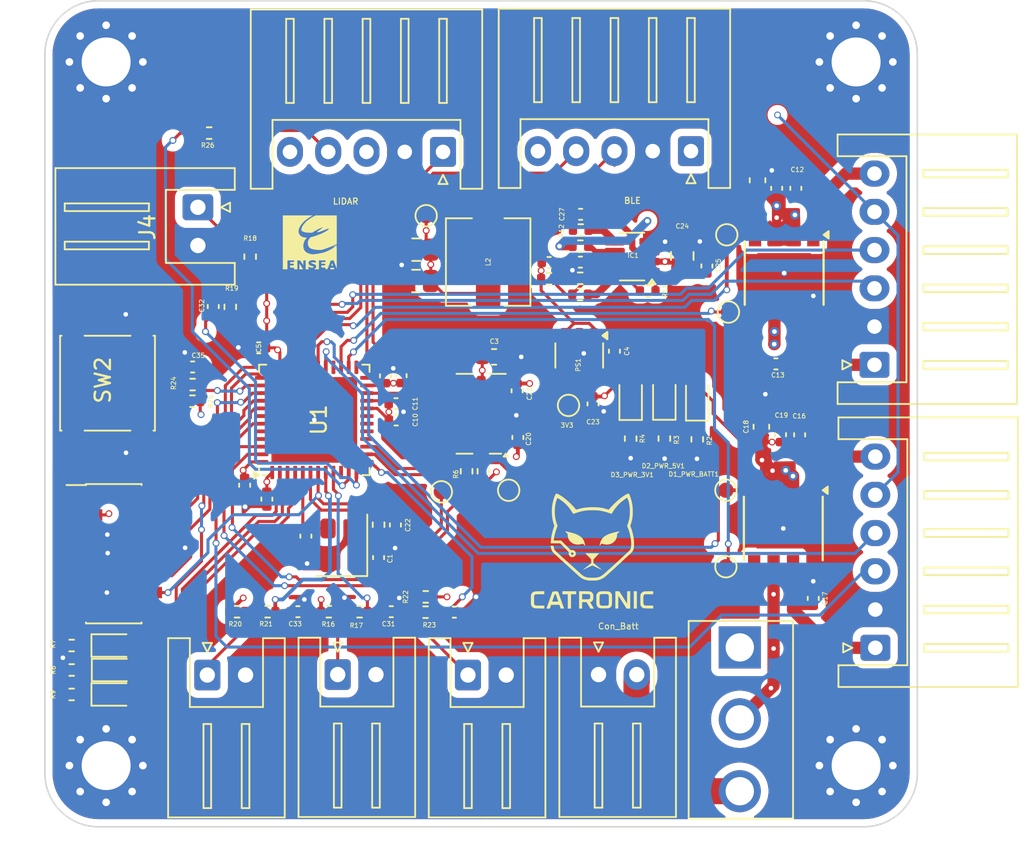
<source format=kicad_pcb>
(kicad_pcb (version 20241229) (generator "pcbnew") (generator_version "9.0")
  (layers (0 "F.Cu" signal) (4 "In1.Cu" signal "In1.Cu GND") (6 "In2.Cu" signal "In2.Cu PWR") (2 "B.Cu" signal) (13 "F.Paste" user) (15 "B.Paste" user) (5 "F.SilkS" user "F.Silkscreen") (7 "B.SilkS" user "B.Silkscreen") (1 "F.Mask" user) (3 "B.Mask" user) (25 "Edge.Cuts" user))
  (net 0 "")
  (net 1 "+3.3V")
  (net 2 "Net-(C1-Pad2)")
  (net 3 "GND")
  (net 4 "Net-(U1-PF0)")
  (net 5 "+5V")
  (net 6 "/Actionneurs/MOTEUR1+")
  (net 7 "/Actionneurs/MOTEUR1-")
  (net 8 "+BATT")
  (net 9 "/Actionneurs/MOTEUR2+")
  (net 10 "/Actionneurs/MOTEUR2-")
  (net 11 "/STM32/NRST")
  (net 12 "Net-(IC1-VCC)")
  (net 13 "Net-(C27-Pad1)")
  (net 14 "Net-(IC1-SW)")
  (net 15 "Net-(C30-Pad1)")
  (net 16 "/STM32/BORDER_2")
  (net 17 "/STM32/BORDER_4")
  (net 18 "/STM32/BORDER_1")
  (net 19 "/STM32/BORDER_3")
  (net 20 "/STM32/LD_ST1")
  (net 21 "Net-(D1-K)")
  (net 22 "Net-(D1_PWR_BATT1-K)")
  (net 23 "/STM32/LD_ST2")
  (net 24 "Net-(D2-K)")
  (net 25 "Net-(D2_PWR_5V1-K)")
  (net 26 "Net-(D3-K)")
  (net 27 "/STM32/LD_ST3")
  (net 28 "Net-(D3_PWR_3V1-K)")
  (net 29 "Net-(IC1-PG)")
  (net 30 "Net-(IC1-EN{slash}SYNC)")
  (net 31 "Net-(IC1-BST)")
  (net 32 "Net-(IC1-FB)")
  (net 33 "/STM32/SWO")
  (net 37 "/STM32/SWDIO")
  (net 39 "/STM32/SWCLK")
  (net 40 "Net-(J2-Pin_2)")
  (net 41 "/Actionneurs/ENCOD_A1")
  (net 42 "/Actionneurs/ENCOD_B1")
  (net 45 "Net-(J4-Pin_1)")
  (net 46 "/Actionneurs/ENCOD_A2")
  (net 47 "/Actionneurs/ENCOD_B2")
  (net 48 "Net-(J7-Pin_1)")
  (net 49 "Net-(J8-Pin_1)")
  (net 50 "Net-(J9-Pin_1)")
  (net 51 "/STM32/RX_SWD")
  (net 52 "/STM32/TX_SWD")
  (net 54 "Net-(U1-PF1)")
  (net 55 "/STM32/SCL")
  (net 56 "/STM32/SDA")
  (net 58 "/Actionneurs/FWD1")
  (net 59 "/Actionneurs/REV1")
  (net 60 "/Actionneurs/FWD2")
  (net 61 "/Actionneurs/REV2")
  (net 63 "/STM32/LIDAR_M_CTR")
  (net 67 "/STM32/BLE_RX")
  (net 68 "/STM32/BLE_TX")
  (net 69 "/STM32/INT1_ACC")
  (net 71 "/STM32/LIDAR_TX")
  (net 73 "/STM32/INT2_ACC")
  (net 81 "/STM32/CHAT{slash}SOURIS")
  (net 82 "Net-(R24-Pad2)")
  (net 83 "Net-(J6-Pin_4)")
  (footprint "Resistor_SMD:R_0402_1005Metric" (layer "F.Cu") (at 174.383749 93.975)
    (property "Reference" "R11")
    (property "Value" "100k" (hide yes))
  )
  (footprint "Resistor_SMD:R_0402_1005Metric" (layer "F.Cu") (at 149.55 114.94)
    (property "Reference" "R21")
    (property "Value" "10k" (hide yes))
  )
  (footprint "Capacitor_SMD:C_0402_1005Metric" (layer "F.Cu") (at 157.25 99.52 -90)
    (property "Reference" "C9" (hide yes))
    (property "Value" "1u" (hide yes))
  )
  (footprint "Capacitor_SMD:C_0402_1005Metric" (layer "F.Cu") (at 146 94.99 90)
    (property "Reference" "C32")
    (property "Value" "10n" (hide yes))
  )
  (footprint "Connector_JST:JST_XH_S2B-XH-A_1x02_P2.50mm_Horizontal" (layer "F.Cu") (at 154.13 119.05)
    (property "Reference" "J7" (hide yes))
    (property "Value" "BORDER" (hide yes))
  )
  (footprint "Resistor_SMD:R_0402_1005Metric" (layer "F.Cu") (at 170.01 89.99 180)
    (property "Reference" "R12")
    (property "Value" "20R" (hide yes))
  )
  (footprint "TestPoint:TestPoint_Pad_D1.0mm" (layer "F.Cu") (at 179.4925 112 90)
    (property "Reference" "TP4" (hide yes))
    (property "Value" "TestPoint" (hide yes))
  )
  (footprint "Package_TO_SOT_SMD:TSOT-23-5" (layer "F.Cu") (at 169.91 98.19 -90)
    (property "Reference" "PS1")
    (property "Value" "BU33SD5WG-TR" (hide yes))
  )
  (footprint "Capacitor_SMD:C_0402_1005Metric" (layer "F.Cu") (at 157.63 114.94)
    (property "Reference" "C31")
    (property "Value" "10n" (hide yes))
  )
  (footprint "TestPoint:TestPoint_Pad_D1.0mm" (layer "F.Cu") (at 169.21 101.4525 -90)
    (property "Reference" "3V3")
    (property "Value" "TestPoint" (hide yes))
  )
  (footprint "Capacitor_SMD:C_0402_1005Metric" (layer "F.Cu") (at 157.94 101.3425 180)
    (property "Reference" "C11")
    (property "Value" "100n" (hide yes))
  )
  (footprint "TestPoint:TestPoint_Pad_D1.0mm" (layer "F.Cu") (at 179.55 90.3 180)
    (property "Reference" "TP1" (hide yes))
    (property "Value" "TestPoint" (hide yes))
  )
  (footprint "swithes:sw wurth" (layer "F.Cu") (at 179.81 121.615 -90)
    (property "Reference" "S1" (hide yes))
    (property "Value" "1101M2S3CQE2" (hide yes))
  )
  (footprint "Capacitor_SMD:C_0402_1005Metric" (layer "F.Cu") (at 170 88.96)
    (property "Reference" "C27")
    (property "Value" "100uF" (hide yes))
  )
  (footprint "MountingHole:MountingHole_3.2mm_M3_Pad_Via" (layer "F.Cu") (at 139 79)
    (property "Reference" "H1" (hide yes))
    (property "Value" "MountingHole_Pad")
  )
  (footprint "TestPoint:TestPoint_Pad_D1.0mm" (layer "F.Cu") (at 179.4925 107 90)
    (property "Reference" "TP3" (hide yes))
    (property "Value" "TestPoint" (hide yes))
  )
  (footprint "Capacitor_SMD:C_0402_1005Metric" (layer "F.Cu") (at 182.76 98.74 180)
    (property "Reference" "C13")
    (property "Value" "100n" (hide yes))
  )
  (footprint "LED_SMD:LED_0603_1608Metric" (layer "F.Cu") (at 173.27 100.9225 90)
    (property "Reference" "D3_PWR_3V1")
    (property "Value" "LED" (hide yes))
  )
  (footprint "Package_SO:Diodes_SO-8EP" (layer "F.Cu") (at 183.2425 109.5 -90)
    (property "Reference" "U3" (hide yes))
    (property "Value" "ZXBM5210-SP" (hide yes))
  )
  (footprint "Capacitor_SMD:C_0402_1005Metric" (layer "F.Cu") (at 148.05 106.67 90)
    (property "Reference" "C6" (hide yes))
    (property "Value" "100n" (hide yes))
  )
  (footprint "Package_TO_SOT_SMD:TSOT-23-8" (layer "F.Cu") (at 173.363749 91.725 180)
    (property "Reference" "IC1")
    (property "Value" "MP1475DJ-LF-P" (hide yes))
  )
  (footprint "LED_SMD:LED_0603_1608Metric" (layer "F.Cu") (at 139.525 120.35)
    (property "Reference" "D3" (hide yes))
    (property "Value" "LED" (hide yes))
  )
  (footprint "Capacitor_SMD:C_0402_1005Metric" (layer "F.Cu") (at 165.85 100.5 90)
    (property "Reference" "C21")
    (property "Value" "100nF" (hide yes))
  )
  (footprint "Resistor_SMD:R_0402_1005Metric" (layer "F.Cu") (at 147.555 114.94)
    (property "Reference" "R20")
    (property "Value" "10k" (hide yes))
  )
  (footprint "Resistor_SMD:R_0402_1005Metric" (layer "F.Cu") (at 156.8 109.25 90)
    (property "Reference" "R1" (hide yes))
    (property "Value" "10" (hide yes))
  )
  (footprint "Resistor_SMD:R_0402_1005Metric" (layer "F.Cu") (at 155.56 114.94)
    (property "Reference" "R17")
    (property "Value" "10k" (hide yes))
  )
  (footprint "Resistor_SMD:R_0402_1005Metric" (layer "F.Cu") (at 145.73 83.65 180)
    (property "Reference" "R26")
    (property "Value" "470R")
  )
  (footprint "Resistor_SMD:R_0402_1005Metric" (layer "F.Cu") (at 136.7475 120.35 180)
    (property "Reference" "R9")
    (property "Value" "1k6" (hide yes))
  )
  (footprint "Capacitor_SMD:C_0402_1005Metric" (layer "F.Cu") (at 183.06 103.37 90)
    (property "Reference" "C19")
    (property "Value" "1u" (hide yes))
  )
  (footprint "TestPoint:TestPoint_Pad_D1.0mm" (layer "F.Cu") (at 160.9 107.1 90)
    (property "Reference" "TP5" (hide yes))
    (property "Value" "TestPoint" (hide yes))
  )
  (footprint "LOGO" (layer "F.Cu") (at 152.425 90.6)
    (property "Reference" "G***" (hide yes))
    (property "Value" "LOGO" (hide yes))
  )
  (footprint "Package_SO:Diodes_SO-8EP" (layer "F.Cu") (at 183.3 92.8 -90)
    (property "Reference" "U2" (hide yes))
    (property "Value" "ZXBM5210-SP" (hide yes))
  )
  (footprint "Capacitor_SMD:C_0402_1005Metric" (layer "F.Cu") (at 165.9 103.55 -90)
    (property "Reference" "C20")
    (property "Value" "1uF" (hide yes))
  )
  (footprint "Capacitor_SMD:C_0805_2012Metric" (layer "F.Cu") (at 159.25 93.32 180)
    (property "Reference" "C36" (hide yes))
    (property "Value" "22uF" (hide yes))
  )
  (footprint "Resistor_SMD:R_0402_1005Metric" (layer "F.Cu") (at 159.87 114.97)
    (property "Reference" "R23")
    (property "Value" "10k" (hide yes))
  )
  (footprint "Capacitor_SMD:C_0402_1005Metric" (layer "F.Cu") (at 167.941249 92.11 180)
    (property "Reference" "C30" (hide yes))
    (property "Value" "15pF" (hide yes))
  )
  (footprint "Capacitor_SMD:C_0402_1005Metric" (layer "F.Cu") (at 184.31 103.375 -90)
    (property "Reference" "C16")
    (property "Value" "100n" (hide yes))
  )
  (footprint "Capacitor_SMD:C_0603_1608Metric" (layer "F.Cu") (at 164.35 98.28 180)
    (property "Reference" "C3")
    (property "Value" "4.7uF" (hide yes))
  )
  (footprint "Package_DFN_QFN:QFN-48-1EP_7x7mm_P0.5mm_EP5.6x5.6mm" (layer "F.Cu") (at 152.6 102.4 90)
    (property "Reference" "U1")
    (property "Value" "STM32G431CBUx" (hide yes))
  )
  (footprint "Capacitor_SMD:C_0402_1005Metric" (layer "F.Cu") (at 178.25 92.34 90)
    (property "Reference" "C25")
    (property "Value" "100nF" (hide yes))
  )
  (footprint "MountingHole:MountingHole_3.2mm_M3_Pad_Via" (layer "F.Cu") (at 188 79)
    (property "Reference" "H2" (hide yes))
    (property "Value" "MountingHole_Pad")
  )
  (footprint "Resistor_SMD:R_0402_1005Metric" (layer "F.Cu") (at 175.47 103.62 -90)
    (property "Reference" "R3")
    (property "Value" "3k3" (hide yes))
  )
  (footprint "Resistor_SMD:R_0402_1005Metric" (layer "F.Cu") (at 144.64 101.18)
    (property "Reference" "R25")
    (property "Value" "1k" (hide yes))
  )
  (footprint "MountingHole:MountingHole_3.2mm_M3_Pad_Via" (layer "F.Cu") (at 139 125)
    (property "Reference" "H3" (hide yes))
    (property "Value" "MountingHole_Pad")
  )
  (footprint "Resistor_SMD:R_0402_1005Metric" (layer "F.Cu") (at 153.55 114.94)
    (property "Reference" "R16")
    (property "Value" "10k" (hide yes))
  )
  (footprint "Capacitor_SMD:C_0603_1608Metric" (layer "F.Cu") (at 181.81 102.85 90)
    (property "Reference" "C18")
    (property "Value" "10u")
  )
  (footprint "Connector_JST:JST_XH_S2B-XH-A_1x02_P2.50mm_Horizontal" (layer "F.Cu") (at 145.61 119.08)
    (property "Reference" "J8" (hide yes))
    (property "Value" "BORDER" (hide yes))
  )
  (footprint "Capacitor_SMD:C_0603_1608Metric" (layer "F.Cu") (at 181.56 86.735 90)
    (property "Reference" "C14" (hide yes))
    (property "Value" "10u")
  )
  (footprint "Resistor_SMD:R_0402_1005Metric" (layer "F.Cu") (at 167.931249 93.17 180)
    (property "Reference" "R13" (hide yes))
    (property "Value" "40.2k" (hide yes))
  )
  (footprint "Capacitor_SMD:C_0402_1005Metric" (layer "F.Cu") (at 161.75 114.97)
    (property "Reference" "C34" (hide yes))
    (property "Value" "10n" (hide yes))
  )
  (footprint "Resistor_SMD:R_0402_1005Metric" (layer "F.Cu") (at 169.983749 91.045)
    (property "Reference" "R10" (hide yes))
    (property "Value" "100k" (hide yes))
  )
  (footprint "Capacitor_SMD:C_0402_1005Metric" (layer "F.Cu") (at 185.2 114.07 90)
    (property "Reference" "C17")
    (property "Value" "100n" (hide yes))
  )
  (footprint "Connector_JST:JST_XH_S6B-XH-A_1x06_P2.50mm_Horizontal" (layer "F.Cu") (at 189.255 117.3 90)
    (property "Reference" "J5" (hide yes))
    (property "Value" "Conn_01x06" (hide yes))
  )
  (footprint "Connector_JST:JST_XH_S5B-XH-A_1x05_P2.50mm_Horizontal" (layer "F.Cu") (at 161.01 84.88 180)
    (property "Reference" "J6" (hide yes))
    (property "Value" "Conn_01x05" (hide yes))
  )
  (footprint "Resistor_SMD:R_0402_1005Metric" (layer "F.Cu") (at 169.963749 94.195 180)
    (property "Reference" "R14" (hide yes))
    (property "Value" "16k" (hide yes))
  )
  (footprint "LED_SMD:LED_0603_1608Metric" (layer "F.Cu") (at 139.55 118.75)
    (property "Reference" "D2" (hide yes))
    (property "Value" "LED" (hide yes))
  )
  (footprint "TestPoint:TestPoint_Pad_D1.0mm" (layer "F.Cu") (at 165.3 107 90)
    (property "Reference" "TP6" (hide yes))
    (property "Value" "TestPoint" (hide yes))
  )
  (footprint "TestPoint:TestPoint_Pad_D1.0mm" (layer "F.Cu") (at 159.91 89.05)
    (property "Reference" "TP7" (hide yes))
    (property "Value" "TestPoint" (hide yes))
  )
  (footprint "LED_SMD:LED_0603_1608Metric" (layer "F.Cu") (at 139.525 117.15)
    (property "Reference" "D1" (hide yes))
    (property "Value" "LED" (hide yes))
  )
  (footprint "Capacitor_SMD:C_0402_1005Metric" (layer "F.Cu") (at 144.65 98.94 180)
    (property "Reference" "C35")
    (property "Value" "100n" (hide yes))
  )
  (footprint "Capacitor_SMD:C_0402_1005Metric" (layer "F.Cu") (at 184.06 87.26 -90)
    (property "Reference" "C12")
    (property "Value" "100n" (hide yes))
  )
  (footprint "Capacitor_SMD:C_0402_1005Metric" (layer "F.Cu") (at 157.9 109.27 90)
    (property "Reference" "C22")
    (property "Value" "100n" (hide yes))
  )
  (footprint "Connector_JST:JST_XH_S2B-XH-A_1x02_P2.50mm_Horizontal" (layer "F.Cu") (at 144.995 88.5 -90)
    (property "Reference" "J4")
    (property "Value" "BORDER" (hide yes))
  )
  (footprint "Connector_JST:JST_XH_S6B-XH-A_1x06_P2.50mm_Horizontal" (layer "F.Cu") (at 189.2 98.8 90)
    (property "Reference" "J3" (hide yes))
    (property "Value" "Conn_01x06" (hide yes))
  )
  (footprint "Capacitor_SMD:C_0402_1005Metric" (layer "F.Cu") (at 148.97 97.69)
    (property "Reference" "C5")
    (property "Value" "100n" (hide yes))
  )
  (footprint "Capacitor_SMD:C_0402_1005Metric" (layer "F.Cu") (at 158.27 99.51 -90)
    (property "Reference" "C8" (hide yes))
    (property "Value" "10n" (hide yes))
  )
  (footprint "TestPoint:TestPoint_Pad_D1.0mm" (layer "F.Cu") (at 179.66 95.35 180)
    (property "Reference" "TP2" (hide yes))
    (property "Value" "TestPoint" (hide yes))
  )
  (footprint "Resistor_SMD:R_0402_1005Metric" (layer "F.Cu") (at 163.65 105.76 -90)
    (property "Reference" "R5" (hide yes))
    (property "Value" "1k" (hide yes))
  )
  (footprint "Inductor_SMD:L_Wuerth_HCI-5040" (layer "F.Cu") (at 163.96 92.08 -90)
    (property "Reference" "L2")
    (property "Value" "4.7uH" (hide yes))
  )
  (footprint "Capacitor_SMD:C_0402_1005Metric" (layer "F.Cu") (at 170.81 101.3525 -90)
    (property "Reference" "C23")
    (property "Value" "1uF" (hide yes))
  )
  (footprint "LED_SMD:LED_0603_1608Metric" (layer "F.Cu") (at 177.62 100.96 90)
    (property "Reference" "D1_PWR_BATT1")
    (property "Value" "LED" (hide yes))
  )
  (footprint "Connector_JST:JST_XH_S2B-XH-A_1x02_P2.50mm_Horizontal" (layer "F.Cu") (at 162.64 119.08)
    (property "Reference" "J9" (hide yes))
    (property "Value" "BORDER" (hide yes))
  )
  (footprint "Resistor_SMD:R_0402_1005Metric" (layer "F.Cu") (at 136.75 118.75 180)
    (property "Reference" "R8")
    (property "Value" "1k6" (hide yes))
  )
  (footprint "Connector_PinHeader_1.27mm:PinHeader_2x07_P1.27mm_Vertical_SMD" (layer "F.Cu") (at 139.5 111.15)
    (property "Reference" "J1" (hide yes))
    (property "Value" "Conn_ST_STDC14" (hide yes))
  )
  (footprint "Resistor_SMD:R_0402_1005Metric" (layer "F.Cu") (at 162.55 105.76 -90)
    (property "Reference" "R6")
    (property "Value" "1k" (hide yes))
  )
  (footprint "Resistor_SMD:R_0402_1005Metric" (layer "F.Cu") (at 173.27 103.6225 -90)
    (property "Reference" "R4")
    (property "Value" "1k6" (hide yes))
  )
  (footprint "Package_LGA:LGA-14_3x5mm_P0.8mm_LayoutBorder1x6y" (layer "F.Cu") (at 163.5 102 180)
    (property "Reference" "U4" (hide yes))
    (property "Value" "ADXL343" (hide yes))
  )
  (footprint "Capacitor_SMD:C_0402_1005Metric" (layer "F.Cu") (at 151.53 114.94)
    (property "Reference" "C33")
    (property "Value" "10n" (hide yes))
  )
  (footprint "Resistor_SMD:R_0402_1005Metric" (layer "F.Cu") (at 136.7475 117.15 180)
    (property "Reference" "R7")
    (property "Value" "1k6" (hide yes))
  )
  (footprint "Connector_JST:JST_XH_S2B-XH-A_1x02_P2.50mm_Horizontal" (layer "F.Cu") (at 171.17 119.05)
    (property "Reference" "J2" (hide yes))
    (property "Value" "Screw_Terminal_01x02" (hide yes))
  )
  (footprint "Resistor_SMD:R_0402_1005Metric" (layer "F.Cu") (at 177.62 103.67 -90)
    (property "Reference" "R2")
    (property "Value" "5k5" (hide yes))
  )
  (footprint "Capacitor_SMD:C_0402_1005Metric" (layer "F.Cu") (at 172.21 97.91 -90)
    (property "Reference" "C4")
    (property "Value" "0.47u" (hide yes))
  )
  (footprint "Capacitor_SMD:C_0402_1005Metric" (layer "F.Cu") (at 169.983749 92.085 180)
    (property "Reference" "C26" (hide yes))
    (property "Value" "100nF" (hide yes))
  )
  (footprint "Resistor_SMD:R_0402_1005Metric" (layer "F.Cu") (at 159.88 113.97 180)
    (property "Reference" "R22")
    (property "Value" "10k" (hide yes))
  )
  (footprint "Resistor_SMD:R_0402_1005Metric" (layer "F.Cu") (at 144.65 100.09 180)
    (property "Reference" "R24")
    (property "Value" "1k" (hide yes))
  )
  (footprint "Capacitor_SMD:C_0805_2012Metric" (layer "F.Cu") (at 159.26 91.27 180)
    (property "Reference" "C37" (hide yes))
    (property "Value" "22uF" (hide yes))
  )
  (footprint "Capacitor_SMD:C_0402_1005Metric" (layer "F.Cu") (at 182.81 87.26 90)
    (property "Reference" "C15" (hide yes))
    (property "Value" "1u" (hide yes))
  )
  (footprint "MountingHole:MountingHole_3.2mm_M3_Pad_Via" (layer "F.Cu") (at 188 125)
    (property "Reference" "H4" (hide yes))
    (property "Value" "MountingHole_Pad")
  )
  (footprint "Capacitor_SMD:C_0402_1005Metric" (layer "F.Cu") (at 156.8 111.4 -90)
    (property "Reference" "C1")
    (property "Value" "10p" (hide yes))
  )
  (footprint "Capacitor_SMD:C_0402_1005Metric" (layer "F.Cu") (at 157.95 102.4075 180)
    (property "Reference" "C10")
    (property "Value" "1u" (hide yes))
  )
  (footprint "Crystal:Crystal_SMD_EuroQuartz_MT-4Pin_3.2x2.5mm" (layer "F.Cu") (at 154.4 110.6 90)
    (property "Reference" "Y1" (hide yes))
    (property "Value" "Crystal_GND24_Small" (hide yes))
  )
  (footprint "Button_Switch_SMD:SW_Push_1P1T_NO_E-Switch_TL3301NxxxxxG" (layer "F.Cu") (at 139.09 100 90)
    (property "Reference" "SW2")
    (property "Value" "SW_Push")
  )
  (footprint "LOGO" (layer "F.Cu") (at 170.767583 111.37305)
    (property "Reference" "G***" (hide yes))
    (property "Value" "LOGO" (hide yes))
  )
  (footprint "Capacitor_SMD:C_0402_1005Metric" (layer "F.Cu") (at 149.5 107.58 90)
    (property "Reference" "C7" (hide yes))
    (property "Value" "100n" (hide yes))
  )
  (footprint "Resistor_SMD:R_0402_1005Metric" (layer "F.Cu") (at 147.11 95.01 -90)
    (property "Reference" "R19")
    (property "Value" "10k" (hide yes))
  )
  (footprint "Capacitor_SMD:C_0805_2012Metric" (layer "F.Cu") (at 176.643749 91.685 90)
    (property "Reference" "C24")
    (property "Value" "22uF")
  )
  (footprint "LED_SMD:LED_0603_1608Metric" (layer "F.Cu") (at 175.47 100.91 90)
    (property "Reference" "D2_PWR_5V1")
    (property "Value" "LED" (hide yes))
  )
  (footprint "Capacitor_SMD:C_0402_1005Metric" (layer "F.Cu") (at 152.05 110 -90)
    (property "Reference" "C2" (hide yes))
    (property "Value" "10p" (hide yes))
  )
  (footprint "Connector_JST:JST_XH_S5B-XH-A_1x05_P2.50mm_Horizontal" (layer "F.Cu") (at 177.21 84.83 180)
    (property "Reference" "J11" (hide yes))
    (property "Value" "Conn_01x05" (hide yes))
  )
  (footprint "Resistor_SMD:R_0402_1005Metric" (layer "F.Cu") (at 169.973749 93.145)
    (property "Reference" "R15" (hide yes))
    (property "Value" "7.68k" (hide yes))
  )
  (footprint "Resistor_SMD:R_0402_1005Metric" (layer "F.Cu") (at 148.41 91.73 90)
    (property "Reference" "R18")
    (property "Value" "10k" (hide yes))
  )
  (gr_arc (start 192 125.5) (mid 190.974874 127.974874) (end 188.5 129) (stroke (width 0.1)) (layer "Edge.Cuts"))
  (gr_arc (start 135 78.5) (mid 136.025126 76.025126) (end 138.5 75) (stroke (width 0.1)) (layer "Edge.Cuts"))
  (gr_line (start 138.5 129) (end 188.5 129) (stroke (width 0.1)) (layer "Edge.Cuts"))
  (gr_arc (start 138.5 129) (mid 136.025126 127.974874) (end 135 125.5) (stroke (width 0.1)) (layer "Edge.Cuts"))
  (gr_line (start 188.5 75) (end 138.5 75) (stroke (width 0.1)) (layer "Edge.Cuts"))
  (gr_line (start 135 78.5) (end 135 125.5) (stroke (width 0.1)) (layer "Edge.Cuts"))
  (gr_arc (start 188.5 75) (mid 190.974874 76.025126) (end 192 78.5) (stroke (width 0.1)) (layer "Edge.Cuts"))
  (gr_line (start 192 125.5) (end 192 78.5) (stroke (width 0.1)) (layer "Edge.Cuts"))
  (gr_text "LIDAR" (at 153.775 88.35 0) (layer "F.SilkS") (effects (font (size 0.4 0.4) (thickness 0.07) (bold yes)) (justify left bottom)))
  (gr_text "Con_Batt" (at 171.1 116.125 0) (layer "F.SilkS") (effects (font (size 0.4 0.4) (thickness 0.06)) (justify left bottom)))
  (gr_text "BLE" (at 172.8 88.3 0) (layer "F.SilkS") (effects (font (size 0.4 0.4) (thickness 0.07) (bold yes)) (justify left bottom)))
  (segment (start 164.03 106.27) (end 164.5 105.8) (width 0.2) (layer "F.Cu") (net 1))
  (segment (start 156.0375 101.65) (end 156.7125 101.65) (width 0.2) (layer "F.Cu") (net 1))
  (segment (start 157.25 100) (end 157.77 100) (width 0.2) (layer "F.Cu") (net 1))
  (segment (start 169.79 100.8725) (end 170.81 100.8725) (width 0.25) (layer "F.Cu") (net 1))
  (segment (start 149.5 106.45) (end 149.5 106.1875) (width 0.2) (layer "F.Cu") (net 1))
  (segment (start 157.47 102.4075) (end 157.47 101.88) (width 0.2) (layer "F.Cu") (net 1))
  (segment (start 147.94 105.59) (end 148.05 105.59) (width 0.2) (layer "F.Cu") (net 1))
  (segment (start 150.205 97.825) (end 150.07 97.69) (width 0.2) (layer "F.Cu") (net 1))
  (segment (start 161.27 113.97) (end 160.39 113.97) (width 0.2) (layer "F.Cu") (net 1))
  (segment (start 149.49 95.92) (end 149.49 97.65) (width 0.2) (layer "F.Cu") (net 1))
  (segment (start 164.5 100) (end 163.5 100) (width 0.25) (layer "F.Cu") (net 1))
  (segment (start 145.15 102) (end 145.2 102.05) (width 0.2) (layer "F.Cu") (net 1))
  (segment (start 149.5 107.1) (end 149.5 106.45) (width 0.2) (layer "F.Cu") (net 1))
  (segment (start 156.0375 101.15) (end 157.2675 101.15) (width 0.2) (layer "F.Cu") (net 1))
  (segment (start 163.575 98.28) (end 163.575 99.16) (width 0.2) (layer "F.Cu") (net 1))
  (segment (start 163.65 106.27) (end 164.03 106.27) (width 0.2) (layer "F.Cu") (net 1))
  (segment (start 145.15 101.18) (end 145.15 102) (width 0.2) (layer "F.Cu") (net 1))
  (segment (start 163.575 99.925) (end 163.5 100) (width 0.2) (layer "F.Cu") (net 1))
  (segment (start 156.7125 101.65) (end 157.47 102.4075) (width 0.2) (layer "F.Cu") (net 1))
  (segment (start 158.26 100) (end 158.27 99.99) (width 0.2) (layer "F.Cu") (net 1))
  (segment (start 150.35 98.9625) (end 150.35 97.97) (width 0.2) (layer "F.Cu") (net 1))
  (segment (start 157.47 101.88) (end 157.47 101.3525) (width 0.2) (layer "F.Cu") (net 1))
  (segment (start 170.81 100.8725) (end 171.515 100.8725) (width 0.25) (layer "F.Cu") (net 1))
  (segment (start 148.05 105.788644) (end 148.05 106.19) (width 0.2) (layer "F.Cu") (net 1))
  (segment (start 139.1 108.61) (end 137.55 108.61) (width 0.2) (layer "F.Cu") (net 1))
  (segment (start 149.49 94.79) (end 149.49 95.92) (width 0.2) (layer "F.Cu") (net 1))
  (segment (start 157.47 101.3525) (end 157.46 101.3425) (width 0.2) (layer "F.Cu") (net 1))
  (segment (start 163.575 99.16) (end 163.575 99.925) (width 0.2) (layer "F.Cu") (net 1))
  (segment (start 150.35 97.97) (end 150.205 97.825) (width 0.2) (layer "F.Cu") (net 1))
  (segment (start 171.515 100.8725) (end 171.56 100.8275) (width 0.25) (layer "F.Cu") (net 1))
  (segment (start 147.955 114.04) (end 147.05 114.945) (width 0.25) (layer "F.Cu") (net 1))
  (segment (start 149.5 106.1875) (end 149.85 105.8375) (width 0.2) (layer "F.Cu") (net 1))
  (segment (start 169.21 101.4525) (end 169.79 100.8725) (width 0.25) (layer "F.Cu") (net 1))
  (segment (start 165.9 104.03) (end 165.9 104.7) (width 0.25) (layer "F.Cu") (net 1))
  (segment (start 153.05 114.14) (end 153.04 114.15) (width 0.25) (layer "F.Cu") (net 1))
  (segment (start 173.27 100.135) (end 172.2525 100.135) (width 0.2) (layer "F.Cu") (net 1))
  (segment (start 165.9 104.03) (end 164.53 104.03) (width 0.25) (layer "F.Cu") (net 1))
  (segment (start 139.18 108.53) (end 139.1 108.61) (width 0.2) (layer "F.Cu") (net 1))
  (segment (start 149.49 93.32) (end 149.49 94.79) (width 0.2) (layer "F.Cu") (net 1))
  (segment (start 149.49 97.65) (end 149.45 97.69) (width 0.2) (layer "F.Cu") (net 1))
  (segment (start 170.86 100.8225) (end 170.81 100.8725) (width 0.25) (layer "F.Cu") (net 1))
  (segment (start 147.95191 105.690554) (end 148.05 105.788644) (width 0.2) (layer "F.Cu") (net 1))
  (segment (start 148.41 92.24) (end 149.49 93.32) (width 0.2) (layer "F.Cu") (net 1))
  (segment (start 157.77 100) (end 158.26 100) (width 0.2) (layer "F.Cu") (net 1))
  (segment (start 163.65 106.27) (end 162.55 106.27) (width 0.2) (layer "F.Cu") (net 1))
  (segment (start 148.05 105.59) (end 148.49 105.15) (width 0.2) (layer "F.Cu") (net 1))
  (segment (start 150.07 97.69) (end 149.45 97.69) (width 0.2) (layer "F.Cu") (net 1))
  (segment (start 164.53 104.03) (end 164.5 104) (width 0.25) (layer "F.Cu") (net 1))
  (segment (start 147.05 114.945) (end 147.045 114.94) (width 0.25) (layer "F.Cu") (net 1))
  (segment (start 157.2675 101.15) (end 157.46 101.3425) (width 0.2) (layer "F.Cu") (net 1))
  (segment (start 166.67 100.02) (end 165.85 100.02) (width 0.25) (layer "F.Cu") (net 1))
  (segment (start 147.95191 105.690554) (end 147.95191 105.60191) (width 0.2) (layer "F.Cu") (net 1))
  (segment (start 165.9 104.7) (end 165.8 104.8) (width 0.25) (layer "F.Cu") (net 1))
  (segment (start 172.2525 100.135) (end 171.56 100.8275) (width 0.2) (layer "F.Cu") (net 1))
  (segment (start 148.49 105.15) (end 149.1625 105.15) (width 0.2) (layer "F.Cu") (net 1))
  (segment (start 153.04 114.15) (end 153.04 114.94) (width 0.25) (layer "F.Cu") (net 1))
  (segment (start 157.1 100.15) (end 157.25 100) (width 0.2) (layer "F.Cu") (net 1))
  (segment (start 165.85 100.02) (end 164.52 100.02) (width 0.25) (layer "F.Cu") (net 1))
  (segment (start 156.0375 100.15) (end 157.1 100.15) (width 0.2) (layer "F.Cu") (net 1))
  (segment (start 164.52 100.02) (end 164.5 100) (width 0.25) (layer "F.Cu") (net 1))
  (segment (start 147.95191 105.60191) (end 147.94 105.59) (width 0.2) (layer "F.Cu") (net 1))
  (segment (start 170.86 99.3275) (end 170.86 100.8225) (width 0.25) (layer "F.Cu") (net 1))
  (via (at 182.865 82.465) (size 0.45) (drill 0.3) (layers "F.Cu" "B.Cu") (remove_unused_layers yes) (zone_layer_connections "In2.Cu") (net 1))
  (via (at 157.77 100) (size 0.45) (drill 0.3) (layers "F.Cu" "B.Cu") (remove_unused_layers yes) (zone_layer_connections "In2.Cu") (net 1))
  (via (at 163.575 99.16) (size 0.45) (drill 0.3) (layers "F.Cu" "B.Cu") (remove_unused_layers yes) (zone_layer_connections "In2.Cu") (net 1))
  (via (at 150.205 97.825) (size 0.45) (drill 0.3) (layers "F.Cu" "B.Cu") (remove_unused_layers yes) (zone_layer_connections "In2.Cu") (net 1))
  (via (at 149.5 106.45) (size 0.45) (drill 0.3) (layers "F.Cu" "B.Cu") (remove_unused_layers yes) (zone_layer_connections "In2.Cu") (net 1))
  (via (at 165.8 104.8) (size 0.45) (drill 0.3) (layers "F.Cu" "B.Cu") (remove_unused_layers yes) (zone_layer_connections "In2.Cu") (net 1))
  (via (at 166.67 100.02) (size 0.45) (drill 0.3) (layers "F.Cu" "B.Cu") (remove_unused_layers yes) (zone_layer_connections "In2.Cu") (net 1))
  (via (at 171.56 100.8275) (size 0.45) (drill 0.3) (layers "F.Cu" "B.Cu") (remove_unused_layers yes) (zone_layer_connections "In2.Cu") (net 1))
  (via (at 153.05 114.14) (size 0.45) (drill 0.3) (layers "F.Cu" "B.Cu") (remove_unused_layers yes) (zone_layer_connections "In2.Cu") (net 1))
  (via (at 164.5 105.8) (size 0.45) (drill 0.3) (layers "F.Cu" "B.Cu") (remove_unused_layers yes) (zone_layer_connections "In2.Cu") (net 1))
  (via (at 161.27 113.97) (size 0.45) (drill 0.3) (layers "F.Cu" "B.Cu") (remove_unused_layers yes) (zone_layer_connections "In2.Cu") (net 1))
  (via (at 149.49 95.92) (size 0.45) (drill 0.3) (layers "F.Cu" "B.Cu") (remove_unused_layers yes) (zone_layer_connections "In2.Cu") (net 1))
  (via (at 145.2 102.05) (size 0.45) (drill 0.3) (layers "F.Cu" "B.Cu") (net 1))
  (via (at 139.18 108.53) (size 0.45) (drill 0.3) (layers "F.Cu" "B.Cu") (remove_unused_layers yes) (zone_layer_connections "In2.Cu") (net 1))
  (via (at 147.955 114.04) (size 0.45) (drill 0.3) (layers "F.Cu" "B.Cu") (remove_unused_layers yes) (zone_layer_connections "In2.Cu") (net 1))
  (via (at 147.95191 105.690554) (size 0.45) (drill 0.3) (layers "F.Cu" "B.Cu") (remove_unused_layers yes) (zone_layer_connections "In2.Cu") (net 1))
  (via (at 157.47 101.88) (size 0.45) (drill 0.3) (layers "F.Cu" "B.Cu") (remove_unused_layers yes) (zone_layer_connections "In2.Cu") (net 1))
  (via (at 149.49 94.79) (size 0.45) (drill 0.3) (layers "F.Cu" "B.Cu") (remove_unused_layers yes) (zone_layer_connections "In2.Cu") (net 1))
  (segment (start 190.74 90.34) (end 189.2 88.8) (width 0.2) (layer "B.Cu") (net 1))
  (segment (start 182.865 82.465) (end 189.2 88.8) (width 0.2) (layer "B.Cu") (net 1))
  (segment (start 189.255 107.3) (end 190.74 105.815) (width 0.2) (layer "B.Cu") (net 1))
  (segment (start 190.74 105.815) (end 190.74 90.34) (width 0.2) (layer "B.Cu") (net 1))
  (segment (start 156.8 111.88) (end 155.48 111.88) (width 0.2) (layer "F.Cu") (net 2))
  (segment (start 155.48 111.88) (end 155.3 111.7) (width 0.2) (layer "F.Cu") (net 2))
  (segment (start 155.3 111.26) (end 155.3 111.7) (width 0.2) (layer "F.Cu") (net 2))
  (segment (start 156.8 109.76) (end 155.3 111.26) (width 0.2) (layer "F.Cu") (net 2))
  (segment (start 181.71 101.08) (end 181.71 101.975) (width 0.2) (layer "F.Cu") (net 3))
  (segment (start 137.55 109.88) (end 137.55 111.15) (width 0.25) (layer "F.Cu") (net 3))
  (segment (start 182.07 100.72) (end 181.71 101.08) (width 0.2) (layer "F.Cu") (net 3))
  (segment (start 148.095 108.06) (end 148.08 108.075) (width 0.2) (layer "F.Cu") (net 3))
  (segment (start 178.17 91.11) (end 178.25 91.19) (width 0.2) (layer "F.Cu") (net 3))
  (segment (start 183.3 92.8) (end 183.71 92.8) (width 0.802) (layer "F.Cu") (net 3))
  (segment (start 185.205 94.295) (end 185.205 95.2975) (width 0.802) (layer "F.Cu") (net 3))
  (segment (start 184.06 86.78) (end 183.47 86.78) (width 0.56) (layer "F.Cu") (net 3))
  (segment (start 183.06 102.7675) (end 182.3675 102.075) (width 0.2) (layer "F.Cu") (net 3))
  (segment (start 175.52 90.75) (end 176.628749 90.75) (width 0.2) (layer "F.Cu") (net 3))
  (segment (start 158.43 101.87) (end 158.43 101.3525) (width 0.2) (layer "F.Cu") (net 3))
  (segment (start 182.28 100.51) (end 182.07 100.72) (width 0.2) (layer "F.Cu") (net 3))
  (segment (start 140.3 104.55) (end 141.34 104.55) (width 0.2) (layer "F.Cu") (net 3))
  (segment (start 181.56 85.96) (end 182.36 85.96) (width 0.62) (layer "F.Cu") (net 3))
  (segment (start 185.2 112.05) (end 185.1475 111.9975) (width 0.62) (layer "F.Cu") (net 3))
  (segment (start 166.16 98.28) (end 166.18 98.26) (width 0.2) (layer "F.Cu") (net 3))
  (segment (start 182.81 86.78) (end 183.45 86.78) (width 0.56) (layer "F.Cu") (net 3))
  (segment (start 136.175 117.2125) (end 136.2375 117.15) (width 0.25) (layer "F.Cu") (net 3))
  (segment (start 152.05 110.48) (end 152.05 111.71) (width 0.2) (layer "F.Cu") (net 3))
  (segment (start 185.25 112.1) (end 185.1475 111.9975) (width 0.2) (layer "F.Cu") (net 3))
  (segment (start 177.62 104.18) (end 177.62 104.9225) (width 0.2) (layer "F.Cu") (net 3))
  (segment (start 158.15 114.04) (end 158.11 114.08) (width 0.2) (layer "F.Cu") (net 3))
  (segment (start 171.5025 101.8325) (end 171.51 101.84) (width 0.2) (layer "F.Cu") (net 3))
  (segment (start 170.207516 98.052484) (end 170.519032 98.364) (width 0.2) (layer "F.Cu") (net 3))
  (segment (start 182.28 98.74) (end 182.28 100.51) (width 0.2) (layer "F.Cu") (net 3))
  (segment (start 157.26 99.03) (end 157.25 99.04) (width 0.2) (layer "F.Cu") (net 3))
  (segment (start 164.5 100.8) (end 165.67 100.8) (width 0.25) (layer "F.Cu") (net 3))
  (segment (start 144.14 97.99) (end 143.88 97.99) (width 0.2) (layer "F.Cu") (net 3))
  (segment (start 155.3 109.5) (end 155.3 109.9) (width 0.2) (layer "F.Cu") (net 3))
  (segment (start 166.12 98.28) (end 166.16 98.28) (width 0.2) (layer "F.Cu") (net 3))
  (segment (start 157.9 110.76) (end 157.88 110.78) (width 0.2) (layer "F.Cu") (net 3))
  (segment (start 136.2375 117.8875) (end 136.175 117.95) (width 0.25) (layer "F.Cu") (net 3))
  (segment (start 169.463749 92.615) (end 169.463749 92.125) (width 0.2) (layer "F.Cu") (net 3))
  (segment (start 147.67 97.69) (end 147.64 97.66) (width 0.2) (layer "F.Cu") (net 3))
  (segment (start 165.85 102.05) (end 165.8 102.1) (width 0.25) (layer "F.Cu") (net 3))
  (segment (start 158.11 114.08) (end 158.11 114.94) (width 0.2) (layer "F.Cu") (net 3))
  (segment (start 182.3675 102.075) (end 181.81 102.075) (width 0.2) (layer "F.Cu") (net 3))
  (segment (start 177.79 90.735) (end 178.165 91.11) (width 0.2) (layer "F.Cu") (net 3))
  (segment (start 157.76 99.03) (end 157.26 99.03) (width 0.2) (layer "F.Cu") (net 3))
  (segment (start 152.05 111.71) (end 152.13 111.79) (width 0.2) (layer "F.Cu") (net 3))
  (segment (start 169.91 97.0525) (end 169.91 97.754968) (width 0.2) (layer "F.Cu") (net 3))
  (segment (start 182.81 86.41) (end 182.81 86.78) (width 0.62) (layer "F.Cu") (net 3))
  (segment (start 178.165 91.11) (end 178.17 91.11) (width 0.2) (layer "F.Cu") (net 3))
  (segment (start 185.15 112) (end 185.1475 111.9975) (width 0.25) (layer "F.Cu") (net 3))
  (segment (start 176.628749 90.75) (end 176.643749 90.735) (width 0.2) (layer "F.Cu") (net 3))
  (segment (start 165.9 103.07) (end 165.9 102.2) (width 0.25) (layer "F.Cu") (net 3))
  (segment (start 139.1 111.11) (end 139.06 111.15) (width 0.2) (layer "F.Cu") (net 3))
  (segment (start 177.62 104.9225) (end 177.6 104.9425) (width 0.2) (layer "F.Cu") (net 3))
  (segment (start 148.08 108.075) (end 148.05 108.045) (width 0.2) (layer "F.Cu") (net 3))
  (segment (start 151.95 114.14) (end 152.01 114.2) (width 0.2) (layer "F.Cu") (net 3))
  (segment (start 158.31 91.27) (end 158.31 92.27) (width 0.2) (layer "F.Cu") (net 3))
  (segment (start 173.27 104.1325) (end 173.27 104.9025) (width 0.2) (layer "F.Cu") (net 3))
  (segment (start 144.14 98.21) (end 144.17 98.24) (width 0.2) (layer "F.Cu") (net 3))
  (segment (start 158.31 92.27) (end 158.31 93.42) (width 0.2) (layer "F.Cu") (net 3))
  (segment (start 170.81 101.8325) (end 171.5025 101.8325) (width 0.2) (layer "F.Cu") (net 3))
  (segment (start 182.36 85.96) (end 182.49 86.09) (width 0.62) (layer "F.Cu") (net 3))
  (segment (start 183.06 102.89) (end 183.06 102.7675) (width 0.2) (layer "F.Cu") (net 3))
  (segment (start 140.33 95.45) (end 140.28 95.5) (width 0.2) (layer "F.Cu") (net 3))
  (segment (start 162.23 114.91) (end 162.23 114.97) (width 0.2) (layer "F.Cu") (net 3))
  (segment (start 136.24 118.75) (end 136.24 118.015) (width 0.25) (layer "F.Cu") (net 3))
  (segment (start 141.34 95.45) (end 140.33 95.45) (width 0.2) (layer "F.Cu") (net 3))
  (segment (start 178.25 91.19) (end 178.25 91.86) (width 0.2) (layer "F.Cu") (net 3))
  (segment (start 149.5 108.06) (end 148.095 108.06) (width 0.2) (layer "F.Cu") (net 3))
  (segment (start 164.5 103.2) (end 165.77 103.2) (width 0.25) (layer "F.Cu") (net 3))
  (segment (start 136.2375 118.7525) (end 136.24 118.75) (width 0.25) (layer "F.Cu") (net 3))
  (segment (start 175.47 104.9125) (end 175.49 104.9325) (width 0.2) (layer "F.Cu") (net 3))
  (segment (start 144.17 98.24) (end 144.17 98.94) (width 0.2) (layer "F.Cu") (net 3))
  (segment (start 174.501249 90.75) (end 175.52 90.75) (width 0.2) (layer "F.Cu") (net 3))
  (segment (start 169.463749 93.145) (end 169.463749 92.615) (width 0.2) (layer "F.Cu") (net 3))
  (segment (start 184.31 102.895) (end 183.065 102.895) (width 0.2) (layer "F.Cu") (net 3))
  (segment (start 164.5 101.6) (end 164.5 100.8) (width 0.2) (layer "F.Cu") (net 3))
  (segment (start 144.12 98.99) (end 144.17 98.94) (width 0.2) (layer "F.Cu") (net 3))
  (segment (start 157.9 109.75) (end 157.9 110.76) (width 0.2) (layer "F.Cu") (net 3))
  (segment (start 158.43 102.4075) (end 158.43 101.87) (width 0.2) (layer "F.Cu") (net 3))
  (segment (start 163.17 113.97) (end 162.23 114.91) (width 0.2) (layer "F.Cu") (net 3))
  (segment (start 152.01 114.2) (end 152.01 114.94) (width 0.2) (layer "F.Cu") (net 3))
  (segment (start 144.995 91) (end 144.995 93.505) (width 0.2) (layer "F.Cu") (net 3))
  (segment (start 148.49 97.69) (end 147.67 97.69) (width 0.2) (layer "F.Cu") (net 3))
  (segment (start 158.31 93.42) (end 158.26 93.47) (width 0.2) (layer "F.Cu") (net 3))
  (segment (start 136.175 118.685) (end 136.24 118.75) (width 0.25) (layer "F.Cu") (net 3))
  (segment (start 157.74 110.92) (end 157.88 110.78) (width 0.2) (layer "F.Cu") (net 3))
  (segment (start 165.67 100.8) (end 165.85 100.98) (width 0.25) (layer "F.Cu") (net 3))
  (segment (start 165.9 102.2) (end 165.8 102.1) (width 0.25) (layer "F.Cu") (net 3))
  (segment (start 156.8 110.92) (end 157.74 110.92) (width 0.2) (layer "F.Cu") (net 3))
  (segment (start 144.14 97.99) (end 144.14 98.21) (width 0.2) (layer "F.Cu") (net 3))
  (segment (start 139.06 109.88) (end 137.55 109.88) (width 0.25) (layer "F.Cu") (net 3))
  (segment (start 136.24 118.015) (end 136.175 117.95) (width 0.25) (layer "F.Cu") (net 3))
  (segment (start 136.2375 120.35) (end 136.2375 118.7525) (width 0.25) (layer "F.Cu") (net 3))
  (segment (start 158.27 99.03) (end 157.76 99.03) (width 0.2) (layer "F.Cu") (net 3))
  (segment (start 144.995 93.505) (end 146 94.51) (width 0.2) (layer "F.Cu") (net 3))
  (segment (start 139.08 109.9) (end 139.06 109.88) (width 0.25) (layer "F.Cu") (net 3))
  (segment (start 181.71 101.975) (end 181.81 102.075) (width 0.2) (layer "F.Cu") (net 3))
  (segment (start 165.85 100.98) (end 165.85 102.05) (width 0.25) (layer "F.Cu") (net 3))
  (segment (start 175.47 104.13) (end 175.47 104.9125) (width 0.2) (layer "F.Cu") (net 3))
  (segment (start 182.49 86.09) (end 182.81 86.41) (width 0.62) (layer "F.Cu") (net 3))
  (segment (start 165.125 98.28) (end 166.12 98.28) (width 0.2) (layer "F.Cu") (net 3))
  (segment (start 169.91 97.754968) (end 170.207516 98.052484) (width 0.2) (layer "F.Cu") (net 3))
  (segment (start 170.519032 98.364) (end 172.184 98.364) (width 0.2) (layer "F.Cu") (net 3))
  (segment (start 183.065 102.895) (end 183.06 102.89) (width 0.2) (layer "F.Cu") (net 3))
  (segment (start 136.2375 117.15) (end 136.2375 117.8875) (width 0.25) (layer "F.Cu") (net 3))
  (segment (start 183.45 86.78) (end 183.46 86.79) (width 0.56) (layer "F.Cu") (net 3))
  (segment (start 153.5 111.7) (end 152.22 111.7) (width 0.2) (layer "F.Cu") (net 3))
  (segment (start 165.77 103.2) (end 165.9 103.07) (width 0.25) (layer "F.Cu") (net 3))
  (segment (start 177.79 90.735) (end 176.643749 90.735) (width 0.2) (layer "F.Cu") (net 3))
  (segment (start 152.22 111.7) (end 152.13 111.79) (width 0.2) (layer "F.Cu") (net 3))
  (segment (start 148.05 108.045) (end 148.05 107.15) (width 0.2) (layer "F.Cu") (net 3))
  (segment (start 143.88 97.99) (end 141.34 95.45) (width 0.2) (layer "F.Cu") (net 3))
  (segment (start 158.43 101.3525) (end 158.42 101.3425) (width 0.2) (layer "F.Cu") (net 3))
  (segment (start 185.2 112.95) (end 185.2 112.05) (width 0.62) (layer "F.Cu") (net 3))
  (segment (start 139.06 111.15) (end 137.55 111.15) (width 0.2) (layer "F.Cu") (net 3))
  (segment (start 183.71 92.8) (end 185.205 94.295) (width 0.802) (layer "F.Cu") (net 3))
  (segment (start 139.05 113.69) (end 137.55 113.69) (width 0.25) (layer "F.Cu") (net 3))
  (segment (start 185.2 113.59) (end 185.2 112.95) (width 0.62) (layer "F.Cu") (net 3))
  (segment (start 183.47 86.78) (end 183.46 86.79) (width 0.56) (layer "F.Cu") (net 3))
  (segment (start 172.184 98.364) (end 172.21 98.39) (width 0.2) (layer "F.Cu") (net 3))
  (segment (start 169.463749 92.125) (end 169.503749 92.085) (width 0.2) (layer "F.Cu") (net 3))
  (segment (start 139.13 113.61) (end 139.05 113.69) (width 0.2) (layer "F.Cu") (net 3))
  (segment (start 155.3 109.9) (end 153.5 111.7) (width 0.2) (layer "F.Cu") (net 3))
  (via (at 169.463749 92.615) (size 0.45) (drill 0.3) (layers "F.Cu" "B.Cu") (remove_unused_layers yes) (zone_layer_connections "F.Cu" "In1.Cu" "B.Cu") (net 3))
  (via (at 148.08 108.075) (size 0.45) (drill 0.3) (layers "F.Cu" "B.Cu") (remove_unused_layers yes) (zone_layer_connections "F.Cu" "In1.Cu" "B.Cu") (net 3))
  (via (at 157.76 99.03) (size 0.45) (drill 0.3) (layers "F.Cu" "B.Cu") (remove_unused_layers yes) (zone_layer_connections "F.Cu" "In1.Cu" "B.Cu") (net 3))
  (via (at 185.2 112.95) (size 0.45) (drill 0.3) (layers "F.Cu" "B.Cu") (remove_unused_layers yes) (zone_layer_connections "F.Cu" "In1.Cu" "B.Cu") (net 3))
  (via (at 177.6 104.9425) (size 0.45) (drill 0.3) (layers "F.Cu" "B.Cu") (remove_unused_layers yes) (zone_layer_connections "F.Cu" "In1.Cu" "B.Cu") (net 3))
  (via (at 152.13 111.79) (size 0.45) (drill 0.3) (layers "F.Cu" "B.Cu") (remove_unused_layers yes) (zone_layer_connections "F.Cu" "In1.Cu" "B.Cu") (net 3))
  (via (at 177.79 90.735) (size 0.45) (drill 0.3) (layers "F.Cu" "B.Cu") (remove_unused_layers yes) (zone_layer_connections "F.Cu" "In1.Cu" "B.Cu") (net 3))
  (via (at 139.05 113.69) (size 0.45) (drill 0.3) (layers "F.Cu" "B.Cu") (remove_unused_layers yes) (zone_layer_connections "F.Cu" "In1.Cu" "B.Cu") (net 3))
  (via (at 140.28 95.5) (size 0.45) (drill 0.3) (layers "F.Cu" "B.Cu") (remove_unused_layers yes) (zone_layer_connections "F.Cu" "In1.Cu" "B.Cu") (net 3))
  (via (at 163.17 113.97) (size 0.45) (drill 0.3) (layers "F.Cu" "B.Cu") (remove_unused_layers yes) (zone_layer_connections "F.Cu" "In1.Cu" "B.Cu") (net 3))
  (via (at 152.6 102.4) (size 0.45) (drill 0.3) (layers "F.Cu" "B.Cu") (remove_unused_layers yes) (zone_layer_connections "F.Cu" "In1.Cu" "B.Cu") (net 3))
  (via (at 144.14 97.99) (size 0.45) (drill 0.3) (layers "F.Cu" "B.Cu") (remove_unused_layers yes) (zone_layer_connections "F.Cu" "In1.Cu" "B.Cu") (net 3))
  (via (at 183.3 92.8) (size 0.45) (drill 0.3) (layers "F.Cu" "B.Cu") (remove_unused_layers yes) (zone_layer_connections "F.Cu" "In1.Cu" "B.Cu") (net 3))
  (via (at 182.49 86.09) (size 0.45) (drill 0.3) (layers "F.Cu" "B.Cu") (remove_unused_layers yes) (zone_layer_connections "F.Cu" "In1.Cu" "B.Cu") (net 3))
  (via (at 154.57 114.02) (size 0.45) (drill 0.3) (layers "F.Cu" "B.Cu") (net 3))
  (via (at 136.175 117.95) (size 0.45) (drill 0.3) (layers "F.Cu" "B.Cu") (remove_unused_layers yes) (zone_layer_connections "F.Cu" "In1.Cu" "B.Cu") (net 3))
  (via (at 157.88 110.78) (size 0.45) (drill 0.3) (layers "F.Cu" "B.Cu") (remove_unused_layers yes) (zone_layer_connections "F.Cu" "In1.Cu" "B.Cu") (net 3))
  (via (at 165.8 102.1) (size 0.45) (drill 0.3) (layers "F.Cu" "B.Cu") (remove_unused_layers yes) (zone_layer_connections "F.Cu" "In1.Cu" "B.Cu") (net 3))
  (via (at 171.51 101.84) (size 0.45) (drill 0.3) (layers "F.Cu" "B.Cu") (remove_unused_layers yes) (zone_layer_connections "F.Cu" "In1.Cu" "B.Cu") (net 3))
  (via (at 175.52 90.75) (size 0.45) (drill 0.3) (layers "F.Cu" "B.Cu") (remove_unused_layers yes) (zone_layer_connections "F.Cu" "In1.Cu" "B.Cu") (net 3))
  (via (at 182.07 100.72) (size 0.45) (drill 0.3) (layers "F.Cu" "B.Cu") (remove_unused_layers yes) (zone_layer_connections "F.Cu" "In1.Cu" "B.Cu") (net 3))
  (via (at 140.3 104.55) (size 0.45) (drill 0.3) (layers "F.Cu" "B.Cu") (remove_unused_layers yes) (zone_layer_connections "F.Cu" "In1.Cu" "B.Cu") (net 3))
  (via (at 158.15 114.04) (size 0.45) (drill 0.3) (layers "F.Cu" "B.Cu") (remove_unused_layers yes) (zone_layer_connections "F.Cu" "In1.Cu" "B.Cu") (net 3))
  (via (at 144.16 110.76) (size 0.45) (drill 0.3) (layers "F.Cu" "B.Cu") (net 3))
  (via (at 170.207516 98.052484) (size 0.45) (drill 0.3) (layers "F.Cu" "B.Cu") (remove_unused_layers yes) (zone_layer_connections "F.Cu" "In1.Cu" "B.Cu") (net 3))
  (via (at 158.31 92.27) (size 0.45) (drill 0.3) (layers "F.Cu" "B.Cu") (remove_unused_layers yes) (zone_layer_connections "F.Cu" "In1.Cu" "B.Cu") (net 3))
  (via (at 158.43 101.87) (size 0.45) (drill 0.3) (layers "F.Cu" "B.Cu") (remove_unused_layers yes) (zone_layer_connections "F.Cu" "In1.Cu" "B.Cu") (net 3))
  (via (at 183.2425 109.5) (size 0.45) (drill 0.3) (layers "F.Cu" "B.Cu") (remove_unused_layers yes) (zone_layer_connections "F.Cu" "In1.Cu" "B.Cu") (net 3))
  (via (at 139.08 109.9) (size 0.45) (drill 0.3) (layers "F.Cu" "B.Cu") (remove_unused_layers yes) (zone_layer_connections "F.Cu" "In1.Cu" "B.Cu") (net 3))
  (via (at 139.1 111.11) (size 0.45) (drill 0.3) (layers "F.Cu" "B.Cu") (remove_unused_layers yes) (zone_layer_connections "F.Cu" "In1.Cu" "B.Cu") (net 3))
  (via (at 175.49 104.9325) (size 0.45) (drill 0.3) (layers "F.Cu" "B.Cu") (remove_unused_layers yes) (zone_layer_connections "F.Cu" "In1.Cu" "B.Cu") (net 3))
  (via (at 185.205 94.295) (size 0.45) (drill 0.3) (layers "F.Cu" "B.Cu") (remove_unused_layers yes) (zone_layer_connections "F.Cu" "In1.Cu" "B.Cu") (net 3))
  (via (at 147.64 97.66) (size 0.45) (drill 0.3) (layers "F.Cu" "B.Cu") (remove_unused_layers yes) (zone_layer_connections "F.Cu" "In1.Cu" "B.Cu") (net 3))
  (via (at 166.12 98.28) (size 0.45) (drill 0.3) (layers "F.Cu" "B.Cu") (remove_unused_layers yes) (zone_layer_connections "F.Cu" "In1.Cu" "B.Cu") (net 3))
  (via (at 151.95 114.14) (size 0.45) (drill 0.3) (layers "F.Cu" "B.Cu") (remove_unused_layers yes) (zone_layer_connections "F.Cu" "In1.Cu" "B.Cu") (net 3))
  (via (at 173.27 104.9025) (size 0.45) (drill 0.3) (layers "F.Cu" "B.Cu") (remove_unused_layers yes) (zone_layer_connections "F.Cu" "In1.Cu" "B.Cu") (net 3))
  (segment (start 151.85 105.8375) (end 151.85 109.32) (width 0.2) (layer "F.Cu") (net 4))
  (segment (start 152.07 109.5) (end 152.05 109.52) (width 0.2) (layer "F.Cu") (net 4))
  (segment (start 151.85 109.32) (end 152.05 109.52) (width 0.2) (layer "F.Cu") (net 4))
  (segment (start 153.5 109.5) (end 152.07 109.5) (width 0.2) (layer "F.Cu") (net 4))
  (segment (start 175.47 100.1225) (end 175.47 99.2) (width 0.2) (layer "F.Cu") (net 5))
  (segment (start 168.96 96.698032) (end 169.569032 96.089) (width 0.2) (layer "F.Cu") (net 5))
  (segment (start 160.21 92.24) (end 160.21 93.31) (width 0.2) (layer "F.Cu") (net 5))
  (segment (start 167.421249 92.15) (end 167.461249 92.11) (width 0.2) (layer "F.Cu") (net 5))
  (segment (start 161.01 94.13) (end 160.2 93.32) (width 0.2) (layer "F.Cu") (net 5))
  (segment (start 170.558999 96.089) (end 170.86 96.390001) (width 0.2) (layer "F.Cu") (net 5))
  (segment (start 167.421249 93.941217) (end 169.569032 96.089) (width 0.2) (layer "F.Cu") (net 5))
  (segment (start 160.51 90.97) (end 160.21 91.27) (width 0.2) (layer "F.Cu") (net 5))
  (segment (start 170.86 96.390001) (end 170.86 97.0525) (width 0.2) (layer "F.Cu") (net 5))
  (segment (start 160.21 93.31) (end 160.2 93.32) (width 0.2) (layer "F.Cu") (net 5))
  (segment (start 160.21 93.42) (end 160.16 93.47) (width 0.2) (layer "F.Cu") (net 5))
  (segment (start 159.91 90.97) (end 160.21 91.27) (width 0.2) (layer "F.Cu") (net 5))
  (segment (start 160.21 91.27) (end 160.21 92.24) (width 0.2) (layer "F.Cu") (net 5))
  (segment (start 167.363749 93.17) (end 167.421249 93.17) (width 0.2) (layer "F.Cu") (net 5))
  (segment (start 167.421249 92.64) (end 167.421249 92.15) (width 0.2) (layer "F.Cu") (net 5))
  (segment (start 168.96 97.0525) (end 168.96 96.698032) (width 0.2) (layer "F.Cu") (net 5))
  (segment (start 159.91 89.05) (end 159.91 90.02) (width 0.2) (layer "F.Cu") (net 5))
  (segment (start 171.2375 97.43) (end 170.86 97.0525) (width 0.25) (layer "F.Cu") (net 5))
  (segment (start 173.7 97.43) (end 172.21 97.43) (width 0.2) (layer "F.Cu") (net 5))
  (segment (start 167.421249 93.17) (end 167.421249 92.64) (width 0.2) (layer "F.Cu") (net 5))
  (segment (start 169.569032 96.089) (end 170.558999 96.089) (width 0.2) (layer "F.Cu") (net 5))
  (segment (start 163.96 94.13) (end 161.01 94.13) (width 0.2) (layer "F.Cu") (net 5))
  (segment (start 159.91 90.02) (end 159.91 90.97) (width 0.2) (layer "F.Cu") (net 5))
  (segment (start 172.21 97.43) (end 171.2375 97.43) (width 0.25) (layer "F.Cu") (net 5))
  (segment (start 167.421249 93.17) (end 167.421249 93.941217) (width 0.2) (layer "F.Cu") (net 5))
  (segment (start 175.47 99.2) (end 173.7 97.43) (width 0.2) (layer "F.Cu") (net 5))
  (via (at 159.91 90.02) (size 0.45) (drill 0.3) (layers "F.Cu" "B.Cu") (remove_unused_layers yes) (zone_layer_connections "In2.Cu") (net 5))
  (via (at 167.421249 92.64) (size 0.45) (drill 0.3) (layers "F.Cu" "B.Cu") (remove_unused_layers yes) (zone_layer_connections "In2.Cu") (net 5))
  (via (at 160.21 92.24) (size 0.45) (drill 0.3) (layers "F.Cu" "B.Cu") (remove_unused_layers yes) (zone_layer_connections "In2.Cu") (net 5))
  (segment (start 184.06 87.74) (end 184.52 87.74) (width 0.56) (layer "F.Cu") (net 6))
  (segment (start 185.3 90.2075) (end 185.205 90.3025) (width 0.25) (layer "F.Cu") (net 6))
  (segment (start 185.205 88.425) (end 187.33 86.3) (width 0.802) (layer "F.Cu") (net 6))
  (segment (start 184.52 87.74) (end 185.205 88.425) (width 0.56) (layer "F.Cu") (net 6))
  (segment (start 187.33 86.3) (end 189.2 86.3) (width 0.802) (layer "F.Cu") (net 6))
  (segment (start 185.205 90.3025) (end 185.205 88.425) (width 0.802) (layer "F.Cu") (net 6))
  (segment (start 183.935 97.265) (end 184.64 97.97) (width 0.802) (layer "F.Cu") (net 7))
  (segment (start 184.64 97.97) (end 185.47 98.8) (width 0.802) (layer "F.Cu") (net 7))
  (segment (start 183.24 98.74) (end 183.87 98.74) (width 0.62) (layer "F.Cu") (net 7))
  (segment (start 183.935 95.5275) (end 183.935 97.265) (width 0.802) (layer "F.Cu") (net 7))
  (segment (start 183.87 98.74) (end 184.64 97.97) (width 0.62) (layer "F.Cu") (net 7))
  (segment (start 185.47 98.8) (end 189.2 98.8) (width 0.802) (layer "F.Cu") (net 7))
  (segment (start 174.501249 92.05) (end 175.51 92.05) (width 0.4) (layer "F.Cu") (net 8))
  (segment (start 183.8775 107.0025) (end 182.6075 107.0025) (width 0.802) (layer "F.Cu") (net 8))
  (segment (start 169.473749 91.045) (end 168.62 91.045) (width 0.54) (layer "F.Cu") (net 8))
  (segment (start 181.79 87.74) (end 181.56 87.51) (width 0.62) (layer "F.Cu") (net 8))
  (segment (start 178.66 101.19) (end 178.66 101.99) (width 0.2) (layer "F.Cu") (net 8))
  (segment (start 182.81 87.74) (end 181.79 87.74) (width 0.62) (layer "F.Cu") (net 8))
  (segment (start 182.51 103.85) (end 183.06 103.85) (width 0.2) (layer "F.Cu") (net 8))
  (segment (start 175.51 92.05) (end 176.058749 92.05) (width 0.4) (layer "F.Cu") (net 8))
  (segment (start 182.665 97.435) (end 182.65 97.45) (width 0.802) (layer "F.Cu") (net 8))
  (segment (start 168.62 91.045) (end 168.595 91.045) (width 0.2) (layer "F.Cu") (net 8))
  (segment (start 184.05 90.1875) (end 183.935 90.3025) (width 0.25) (layer "F.Cu") (net 8))
  (segment (start 183.5 105.7) (end 183.8775 106.0775) (width 0.802) (layer "F.Cu") (net 8))
  (segment (start 182.54 105.72) (end 182.56 105.7) (width 0.802) (layer "F.Cu") (net 8))
  (segment (start 180.295 103.625) (end 181.81 103.625) (width 0.2) (layer "F.Cu") (net 8))
  (segment (start 178.25 92.82) (end 176.828749 92.82) (width 0.4) (layer "F.Cu") (net 8))
  (segment (start 182.81 89.1775) (end 182.9875 89) (width 0.62) (layer "F.Cu") (net 8))
  (segment (start 184 90.2375) (end 183.935 90.3025) (width 0.62) (layer "F.Cu") (net 8))
  (segment (start 182.665 95.2975) (end 182.665 96.5) (width 0.802) (layer "F.Cu") (net 8))
  (segment (start 182.665 96.5) (end 182.665 96.605) (width 0.802) (layer "F.Cu") (net 8))
  (segment (start 182.81 88.4) (end 182.81 89.1775) (width 0.62) (layer "F.Cu") (net 8))
  (segment (start 182.7 95.3325) (end 182.665 95.2975) (width 0.2) (layer "F.Cu") (net 8))
  (segment (start 182.665 96.605) (end 182.665 96.625) (width 0.802) (layer "F.Cu") (net 8))
  (segment (start 183.8775 106.0775) (end 183.8775 107.0025) (width 0.802) (layer "F.Cu") (net 8))
  (segment (start 178.66 101.99) (end 180.295 103.625) (width 0.2) (layer "F.Cu") (net 8))
  (segment (start 184 89) (end 184 90.2375) (width 0.62) (layer "F.Cu") (net 8))
  (segment (start 183.4 105.7) (end 183.5 105.7) (width 0.802) (layer "F.Cu") (net 8))
  (segment (start 182.81 87.74) (end 182.81 88.4) (width 0.62) (layer "F.Cu") (net 8))
  (segment (start 182.9875 89) (end 184 89) (width 0.62) (layer "F.Cu") (net 8))
  (segment (start 176.923749 92.915) (end 176.643749 92.635) (width 0.2) (layer "F.Cu") (net 8))
  (segment (start 182.8 90.1675) (end 182.665 90.3025) (width 0.25) (layer "F.Cu") (net 8))
  (segment (start 182.6075 111.9975) (end 182.6075 113.8) (width 0.802) (layer "F.Cu") (net 8))
  (segment (start 182.6075 107.0025) (end 182.6075 105.7875) (width 0.802) (layer "F.Cu") (net 8))
  (segment (start 182.81 90.1575) (end 182.665 90.3025) (width 0.62) (layer "F.Cu") (net 8))
  (segment (start 182.51 103.85) (end 182.035 103.85) (width 0.25) (layer "F.Cu") (net 8))
  (segment (start 182.035 103.85) (end 181.81 103.625) (width 0.25) (layer "F.Cu") (net 8))
  (segment (start 182.6075 105.7875) (end 182.54 105.72) (width 0.802) (layer "F.Cu") (net 8))
  (segment (start 182.56 105.7) (end 183.4 105.7) (width 0.802) (layer "F.Cu") (net 8))
  (segment (start 182.665 96.625) (end 182.665 97.435) (width 0.802) (layer "F.Cu") (net 8))
  (segment (start 177.62 100.1725) (end 177.6425 100.1725) (width 0.2) (layer "F.Cu") (net 8))
  (segment (start 181.81 104.99) (end 181.81 103.625) (width 0.802) (layer "F.Cu") (net 8))
  (segment (start 176.058749 92.05) (end 176.643749 92.635) (width 0.4) (layer "F.Cu") (net 8))
  (segment (start 182.54 105.72) (end 181.85 105.03) (width 0.802) (layer "F.Cu") (net 8))
  (segment (start 181.85 105.03) (end 181.81 104.99) (width 0.802) (layer "F.Cu") (net 8))
  (segment (start 182.81 89.1775) (end 182.81 90.1575) (width 0.62) (layer "F.Cu") (net 8))
  (segment (start 177.6425 100.1725) (end 178.66 101.19) (width 0.2) (layer "F.Cu") (net 8))
  (segment (start 183.935 90.3025) (end 182.665 90.3025) (width 0.802) (layer "F.Cu") (net 8))
  (segment (start 168.595 91.045) (end 168.55 91) (width 0.2) (layer "F.Cu") (net 8))
  (segment (start 176.828749 92.82) (end 176.643749 92.635) (width 0.2) (layer "F.Cu") (net 8))
  (segment (start 182.6075 117.35) (end 182.6075 119.7675) (width 0.802) (layer "F.Cu") (net 8))
  (segment (start 182.4375 119.9375) (end 180.4 121.975) (width 0.802) (layer "F.Cu") (net 8))
  (segment (start 182.6075 119.7675) (end 182.4375 119.9375) (width 0.802) (layer "F.Cu") (net 8))
  (segment (start 182.6075 113.8) (end 182.6075 117.35) (width 0.802) (layer "F.Cu") (net 8))
  (via (at 175.51 92.05) (size 0.45) (drill 0.3) (layers "F.Cu" "B.Cu") (remove_unused_layers yes) (zone_layer_connections "In2.Cu") (net 8))
  (via (at 182.6075 113.8) (size 0.45) (drill 0.3) (layers "F.Cu" "B.Cu") (remove_unused_layers yes) (zone_layer_connections "In2.Cu") (net 8))
  (via (at 174.36 89.4) (size 0.45) (drill 0.3) (layers "F.Cu" "B.Cu") (remove_unused_layers yes) (zone_layer_connections "In2.Cu") (net 8))
  (via (at 182.4375 119.9375) (size 0.45) (drill 0.3) (layers "F.Cu" "B.Cu") (remove_unused_layers yes) (zone_layer_connections "In2.Cu") (net 8))
  (via (at 182.665 96.625) (size 0.6) (drill 0.3) (layers "F.Cu" "B.Cu") (net 8))
  (via (at 184 89) (size 0.6) (drill 0.3) (layers "F.Cu" "B.Cu") (net 8))
  (via (at 182.65 97.45) (size 0.6) (drill 0.3) (layers "F.Cu" "B.Cu") (net 8))
  (via (at 183.8775 106.0775) (size 0.6) (drill 0.3) (layers "F.Cu" "B.Cu") (net 8))
  (via (at 181.85 105.03) (size 0.45) (drill 0.3) (layers "F.Cu" "B.Cu") (remove_unused_layers yes) (zone_layer_connections "In2.Cu") (net 8))
  (via (at 182.51 103.85) (size 0.45) (drill 0.3) (layers "F.Cu" "B.Cu") (remove_unused_layers yes) (zone_layer_connections "In2.Cu") (net 8))
  (via (at 168.62 91.045) (size 0.45) (drill 0.3) (layers "F.Cu" "B.Cu") (remove_unused_layers yes) (net 8))
  (via (at 182.81 88.4) (size 0.6) (drill 0.3) (layers "F.Cu" "B.Cu") (net 8))
  (via (at 183.4 105.7) (size 0.6) (drill 0.3) (layers "F.Cu" "B.Cu") (net 8))
  (via (at 182.6075 117.35) (size 0.45) (drill 0.3) (layers "F.Cu" "B.Cu") (remove_unused_layers yes) (zone_layer_connections "In2.Cu") (net 8))
  (via (at 182.81 89.1775) (size 0.45) (drill 0.3) (layers "F.Cu" "B.Cu") (remove_unused_layers yes) (zone_layer_connections "In2.Cu") (net 8))
  (via (at 182.54 105.72) (size 0.45) (drill 0.3) (layers "F.Cu" "B.Cu") (remove_unused_layers yes) (zone_layer_connections "In2.Cu") (net 8))
  (segment (start 168.975 90.69) (end 173.07 90.69) (width 0.54) (layer "B.Cu") (net 8))
  (segment (start 173.07 90.69) (end 174.36 89.4) (width 0.54) (layer "B.Cu") (net 8))
  (segment (start 168.62 91.045) (end 168.975 90.69) (width 0.54) (layer "B.Cu") (net 8))
  (segment (start 184.215 103.95) (end 184.31 103.855) (width 0.25) (layer "F.Cu") (net 9))
  (segment (start 186.39 104.8) (end 189.255 104.8) (width 0.802) (layer "F.Cu") (net 9))
  (segment (start 185.775 105.415) (end 186.39 104.8) (width 0.802) (layer "F.Cu") (net 9))
  (segment (start 184.31 103.855) (end 184.31 105.05) (width 0.25) (layer "F.Cu") (net 9))
  (segment (start 185.1475 106.0425) (end 185.775 105.415) (width 0.802) (layer "F.Cu") (net 9))
  (segment (start 184.675 105.415) (end 185.775 105.415) (width 0.25) (layer "F.Cu") (net 9))
  (segment (start 184.31 105.05) (end 184.675 105.415) (width 0.25) (layer "F.Cu") (net 9))
  (segment (start 185.1475 107.0025) (end 185.1475 106.0425) (width 0.802) (layer "F.Cu") (net 9))
  (segment (start 185.2 114.55) (end 184.15 114.55) (width 0.56) (layer "F.Cu") (net 10))
  (segment (start 183.88 112) (end 183.88 114.82) (width 0.802) (layer "F.Cu") (net 10))
  (segment (start 184.15 114.55) (end 183.88 114.82) (width 0.56) (layer "F.Cu") (net 10))
  (segment (start 186.36 117.3) (end 189.255 117.3) (width 0.802) (layer "F.Cu") (net 10))
  (segment (start 183.8775 111.9975) (end 183.88 112) (width 0.802) (layer "F.Cu") (net 10))
  (segment (start 183.88 114.82) (end 186.36 117.3) (width 0.802) (layer "F.Cu") (net 10))
  (segment (start 152.875 107.35) (end 152.875 107.5579) (width 0.2) (layer "F.Cu") (net 11))
  (segment (start 152.875 107.35) (end 152.85 107.325) (width 0.2) (layer "F.Cu") (net 11))
  (segment (start 152.85 107.325) (end 152.85 105.8375) (width 0.2) (layer "F.Cu") (net 11))
  (segment (start 152.875 107.5579) (end 153.2071 107.89) (width 0.2) (layer "F.Cu") (net 11))
  (segment (start 153.2071 107.89) (end 157.64 107.89) (width 0.2) (layer "F.Cu") (net 11))
  (segment (start 143.04 113.69) (end 141.45 113.69) (width 0.2) (layer "F.Cu") (net 11))
  (segment (start 157.64 107.89) (end 157.9 108.15) (width 0.2) (layer "F.Cu") (net 11))
  (segment (start 157.9 108.15) (end 157.9 108.79) (width 0.2) (layer "F.Cu") (net 11))
  (via (at 143.04 113.69) (size 0.45) (drill 0.3) (layers "F.Cu" "B.Cu") (remove_unused_layers yes) (net 11))
  (via (at 152.875 107.35) (size 0.45) (drill 0.3) (layers "F.Cu" "B.Cu") (remove_unused_layers yes) (net 11))
  (segment (start 151.6 108.6) (end 147.3 108.6) (width 0.2) (layer "B.Cu") (net 11))
  (segment (start 147.3 108.6) (end 145.966 109.934) (width 0.2) (layer "B.Cu") (net 11))
  (segment (start 152.875 107.35) (end 152.85 107.35) (width 0.2) (layer "B.Cu") (net 11))
  (segment (start 145.654 111.076) (end 143.04 113.69) (width 0.2) (layer "B.Cu") (net 11))
  (segment (start 145.962123 109.934) (end 145.654 110.242123) (width 0.2) (layer "B.Cu") (net 11))
  (segment (start 145.966 109.934) (end 145.962123 109.934) (width 0.2) (layer "B.Cu") (net 11))
  (segment (start 145.654 110.242123) (end 145.654 111.076) (width 0.2) (layer "B.Cu") (net 11))
  (segment (start 152.85 107.35) (end 151.6 108.6) (width 0.2) (layer "B.Cu") (net 11))
  (segment (start 173.19 92.351252) (end 172.888748 92.05) (width 0.2) (layer "F.Cu") (net 12))
  (segment (start 172.226249 92.05) (end 170.498749 92.05) (width 0.2) (layer "F.Cu") (net 12))
  (segment (start 172.888748 92.05) (end 172.226249 92.05) (width 0.2) (layer "F.Cu") (net 12))
  (segment (start 173.873749 93.975) (end 173.19 93.291251) (width 0.2) (layer "F.Cu") (net 12))
  (segment (start 173.19 93.291251) (end 173.19 92.351252) (width 0.2) (layer "F.Cu") (net 12))
  (segment (start 170.498749 92.05) (end 170.463749 92.085) (width 0.2) (layer "F.Cu") (net 12))
  (segment (start 169.52 89.97) (end 169.5 89.99) (width 0.2) (layer "F.Cu") (net 13))
  (segment (start 169.52 88.96) (end 169.52 89.97) (width 0.2) (layer "F.Cu") (net 13))
  (segment (start 174.501249 91.4) (end 173.625 91.4) (width 0.4) (layer "F.Cu") (net 14))
  (segment (start 170.48 88.650001) (end 170.48 88.96) (width 0.5) (layer "F.Cu") (net 14))
  (segment (start 163.96 90.03) (end 165.641 88.349) (width 0.5) (layer "F.Cu") (net 14))
  (segment (start 173.625 91.4) (end 173.376249 91.151249) (width 0.4) (layer "F.Cu") (net 14))
  (segment (start 173.376249 91.151249) (end 173.376249 90.35) (width 0.4) (layer "F.Cu") (net 14))
  (segment (start 166.15 87.85) (end 169.679999 87.85) (width 0.5) (layer "F.Cu") (net 14))
  (segment (start 165.651 88.349) (end 166.15 87.85) (width 0.5) (layer "F.Cu") (net 14))
  (segment (start 171.986249 88.96) (end 170.48 88.96) (width 0.4) (layer "F.Cu") (net 14))
  (segment (start 173.376249 90.35) (end 171.986249 88.96) (width 0.4) (layer "F.Cu") (net 14))
  (segment (start 169.679999 87.85) (end 170.48 88.650001) (width 0.5) (layer "F.Cu") (net 14))
  (segment (start 165.641 88.349) (end 165.651 88.349) (width 0.5) (layer "F.Cu") (net 14))
  (segment (start 169.035 94.195) (end 169.453749 94.195) (width 0.2) (layer "F.Cu") (net 15))
  (segment (start 170.483749 93.145) (end 170.483749 93.165) (width 0.2) (layer "F.Cu") (net 15))
  (segment (start 170.483749 93.165) (end 169.453749 94.195) (width 0.2) (layer "F.Cu") (net 15))
  (segment (start 168.441249 92.13) (end 168.421249 92.11) (width 0.2) (layer "F.Cu") (net 15))
  (segment (start 168.441249 93.17) (end 168.441249 92.62) (width 0.2) (layer "F.Cu") (net 15))
  (segment (start 168.441249 92.62) (end 168.441249 92.13) (width 0.2) (layer "F.Cu") (net 15))
  (segment (start 168.411249 93.14) (end 168.441249 93.17) (width 0.2) (layer "F.Cu") (net 15))
  (segment (start 169.443749 94.205) (end 169.453749 94.195) (width 0.2) (layer "F.Cu") (net 15))
  (segment (start 168.441249 93.17) (end 168.441249 93.601249) (width 0.2) (layer "F.Cu") (net 15))
  (segment (start 168.441249 93.601249) (end 169.035 94.195) (width 0.2) (layer "F.Cu") (net 15))
  (segment (start 154.174829 107.289829) (end 154.173246 107.288246) (width 0.2) (layer "F.Cu") (net 16))
  (segment (start 154.174829 107.271126) (end 154.174829 107.365) (width 0.2) (layer "F.Cu") (net 16))
  (segment (start 153.85 106.946297) (end 153.85 105.8375) (width 0.2) (layer "F.Cu") (net 16))
  (segment (start 154.173246 107.288246) (end 154.173246 107.273246) (width 0.2) (layer "F.Cu") (net 16))
  (segment (start 153.85 106.946297) (end 154.174829 107.271126) (width 0.2) (layer "F.Cu") (net 16))
  (segment (start 156.05 114.04) (end 156.07 114.06) (width 0.2) (layer "F.Cu") (net 16))
  (segment (start 156.07 114.06) (end 156.07 114.94) (width 0.2) (layer "F.Cu") (net 16))
  (segment (start 154.174829 107.365) (end 154.174829 107.289829) (width 0.2) (layer "F.Cu") (net 16))
  (segment (start 156.07 114.94) (end 157.15 114.94) (width 0.25) (layer "F.Cu") (net 16))
  (via (at 154.174829 107.365) (size 0.45) (drill 0.3) (layers "F.Cu" "B.Cu") (remove_unused_layers yes) (net 16))
  (via (at 156.05 114.04) (size 0.45) (drill 0.3) (layers "F.Cu" "B.Cu") (remove_unused_layers yes) (net 16))
  (segment (start 155.75 114.04) (end 156.05 114.04) (width 0.2) (layer "B.Cu") (net 16))
  (segment (start 154.16 112.45) (end 155.75 114.04) (width 0.2) (layer "B.Cu") (net 16))
  (segment (start 154.16 107.379829) (end 154.16 112.45) (width 0.2) (layer "B.Cu") (net 16))
  (segment (start 154.174829 107.365) (end 154.16 107.379829) (width 0.2) (layer "B.Cu") (net 16))
  (segment (start 147.06 95.47) (end 147.11 95.52) (width 0.2) (layer "F.Cu") (net 17))
  (segment (start 145.5 96.62) (end 145.5 95.97) (width 0.2) (layer "F.Cu") (net 17))
  (segment (start 145.5 95.97) (end 146 95.47) (width 0.2) (layer "F.Cu") (net 17))
  (segment (start 155.35 106.66) (end 155.35 105.8375) (width 0.2) (layer "F.Cu") (net 17))
  (segment (start 146 95.47) (end 147.06 95.47) (width 0.2) (layer "F.Cu") (net 17))
  (segment (start 145.49 96.63) (end 145.5 96.62) (width 0.2) (layer "F.Cu") (net 17))
  (via (at 145.49 96.63) (size 0.45) (drill 0.3) (layers "F.Cu" "B.Cu") (remove_unused_layers yes) (net 17))
  (via (at 155.35 106.66) (size 0.45) (drill 0.3) (layers "F.Cu" "B.Cu") (remove_unused_layers yes) (net 17))
  (segment (start 154.86 106.17) (end 155.35 106.66) (width 0.2) (layer "B.Cu") (net 17))
  (segment (start 145.49 96.63) (end 148.76 99.9) (width 0.2) (layer "B.Cu") (net 17))
  (segment (start 153.4261 105.229) (end 154.3671 106.17) (width 0.2) (layer "B.Cu") (net 17))
  (segment (start 148.935123 105.229) (end 153.4261 105.229) (width 0.2) (layer "B.Cu") (net 17))
  (segment (start 154.3671 106.17) (end 154.86 106.17) (width 0.2) (layer "B.Cu") (net 17))
  (segment (start 148.76 105.053877) (end 148.935123 105.229) (width 0.2) (layer "B.Cu") (net 17))
  (segment (start 148.76 99.9) (end 148.76 105.053877) (width 0.2) (layer "B.Cu") (net 17))
  (segment (start 150.05 114.14) (end 150.05 114.93) (width 0.25) (layer "F.Cu") (net 18))
  (segment (start 153.35 107.081123) (end 153.35 105.8375) (width 0.2) (layer "F.Cu") (net 18))
  (segment (start 153.524826 107.255949) (end 153.524826 107.365) (width 0.2) (layer "F.Cu") (net 18))
  (segment (start 150.05 114.93) (end 150.06 114.94) (width 0.25) (layer "F.Cu") (net 18))
  (segment (start 153.35 107.081123) (end 153.524826 107.255949) (width 0.2) (layer "F.Cu") (net 18))
  (segment (start 150.06 114.94) (end 151.05 114.94) (width 0.25) (layer "F.Cu") (net 18))
  (via (at 153.524826 107.365) (size 0.45) (drill 0.3) (layers "F.Cu" "B.Cu") (remove_unused_layers yes) (net 18))
  (via (at 150.05 114.14) (size 0.45) (drill 0.3) (layers "F.Cu" "B.Cu") (remove_unused_layers yes) (net 18))
  (segment (start 153.12 112.84) (end 151.84 112.84) (width 0.25) (layer "B.Cu") (net 18))
  (segment (start 153.62 112.34) (end 153.12 112.84) (width 0.25) (layer "B.Cu") (net 18))
  (segment (start 151.84 112.84) (end 150.54 114.14) (width 0.25) (layer "B.Cu") (net 18))
  (segment (start 153.62 107.460174) (end 153.62 112.34) (width 0.25) (layer "B.Cu") (net 18))
  (segment (start 150.54 114.14) (end 150.05 114.14) (width 0.25) (layer "B.Cu") (net 18))
  (segment (start 153.524826 107.365) (end 153.62 107.460174) (width 0.25) (layer "B.Cu") (net 18))
  (segment (start 161.29245 114.97) (end 161.27 114.97) (width 0.2) (layer "F.Cu") (net 19))
  (segment (start 156.58 105.45) (end 156.597536 105.45) (width 0.2) (layer "F.Cu") (net 19))
  (segment (start 156.28 105.15) (end 156.0375 105.15) (width 0.2) (layer "F.Cu") (net 19))
  (segment (start 162.27 113.97) (end 162.27 113.99245) (width 0.2) (layer "F.Cu") (net 19))
  (segment (start 161.27 114.97) (end 160.38 114.97) (width 0.2) (layer "F.Cu") (net 19))
  (segment (start 162.27 113.99245) (end 161.29245 114.97) (width 0.2) (layer "F.Cu") (net 19))
  (segment (start 156.597536 105.45) (end 156.986268 105.838732) (width 0.2) (layer "F.Cu") (net 19))
  (segment (start 156.58 105.45) (end 156.28 105.15) (width 0.2) (layer "F.Cu") (net 19))
  (via (at 156.986268 105.838732) (size 0.45) (drill 0.3) (layers "F.Cu" "B.Cu") (remove_unused_layers yes) (net 19))
  (via (at 162.27 113.97) (size 0.45) (drill 0.3) (layers "F.Cu" "B.Cu") (remove_unused_layers yes) (net 19))
  (segment (start 156.986268 105.838732) (end 157.398732 105.838732) (width 0.2) (layer "B.Cu") (net 19))
  (segment (start 157.398732 105.838732) (end 162.9 111.34) (width 0.2) (layer "B.Cu") (net 19))
  (segment (start 162.9 111.34) (end 162.9 113.34) (width 0.2) (layer "B.Cu") (net 19))
  (segment (start 162.9 113.34) (end 162.27 113.97) (width 0.2) (layer "B.Cu") (net 19))
  (segment (start 140.71 117.25) (end 141.199 116.761) (width 0.2) (layer "F.Cu") (net 20))
  (segment (start 140.575 117.25) (end 140.71 117.25) (width 0.2) (layer "F.Cu") (net 20))
  (segment (start 150.111 107.849) (end 150.34 107.62) (width 0.2) (layer "F.Cu") (net 20))
  (segment (start 140.475 117.15) (end 140.575 117.25) (width 0.2) (layer "F.Cu") (net 20))
  (segment (start 150.34 107.62) (end 150.34 105.8475) (width 0.2) (layer "F.Cu") (net 20))
  (segment (start 149.85655 108.641) (end 150.111 108.38655) (width 0.2) (layer "F.Cu") (net 20))
  (segment (start 148.799 108.641) (end 149.85655 108.641) (width 0.2) (layer "F.Cu") (net 20))
  (segment (start 143.981 113.459) (end 148.799 108.641) (width 0.2) (layer "F.Cu") (net 20))
  (segment (start 150.34 105.8475) (end 150.35 105.8375) (width 0.2) (layer "F.Cu") (net 20))
  (segment (start 142.89766 116.761) (end 143.981 115.67766) (width 0.2) (layer "F.Cu") (net 20))
  (segment (start 143.981 115.67766) (end 143.981 113.459) (width 0.2) (layer "F.Cu") (net 20))
  (segment (start 140.3125 117.15) (end 140.475 117.15) (width 0.2) (layer "F.Cu") (net 20))
  (segment (start 150.111 108.38655) (end 150.111 107.849) (width 0.2) (layer "F.Cu") (net 20))
  (segment (start 141.199 116.761) (end 142.89766 116.761) (width 0.2) (layer "F.Cu") (net 20))
  (segment (start 137.2575 117.15) (end 138.7375 117.15) (width 0.25) (layer "F.Cu") (net 21))
  (segment (start 177.62 101.7475) (end 177.62 103.16) (width 0.25) (layer "F.Cu") (net 22))
  (segment (start 144.382 113.6251) (end 148.9651 109.042) (width 0.2) (layer "F.Cu") (net 23))
  (segment (start 150.85 107.6771) (end 150.85 105.8375) (width 0.2) (layer "F.Cu") (net 23))
  (segment (start 141.9255 117.162) (end 143.06376 117.162) (width 0.2) (layer "F.Cu") (net 23))
  (segment (start 150.512 108.55265) (end 150.512 108.0151) (width 0.2) (layer "F.Cu") (net 23))
  (segment (start 140.3375 118.75) (end 141.9255 117.162) (width 0.2) (layer "F.Cu") (net 23))
  (segment (start 143.06376 117.162) (end 144.382 115.84376) (width 0.2) (layer "F.Cu") (net 23))
  (segment (start 150.512 108.0151) (end 150.85 107.6771) (width 0.2) (layer "F.Cu") (net 23))
  (segment (start 144.382 115.84376) (end 144.382 113.6251) (width 0.2) (layer "F.Cu") (net 23))
  (segment (start 150.02265 109.042) (end 150.512 108.55265) (width 0.2) (layer "F.Cu") (net 23))
  (segment (start 148.9651 109.042) (end 150.02265 109.042) (width 0.2) (layer "F.Cu") (net 23))
  (segment (start 137.26 118.75) (end 138.7625 118.75) (width 0.25) (layer "F.Cu") (net 24))
  (segment (start 175.47 101.6975) (end 175.47 103.11) (width 0.25) (layer "F.Cu") (net 25))
  (segment (start 137.2575 120.35) (end 138.7375 120.35) (width 0.25) (layer "F.Cu") (net 26))
  (segment (start 150.18875 109.443) (end 149.1312 109.443) (width 0.2) (layer "F.Cu") (net 27))
  (segment (start 151.35 105.8375) (end 151.35 107.7442) (width 0.2) (layer "F.Cu") (net 27))
  (segment (start 142.347 117.563) (end 141.076 118.834) (width 0.2) (layer "F.Cu") (net 27))
  (segment (start 151.35 107.7442) (end 150.913 108.1812) (width 0.2) (layer "F.Cu") (net 27))
  (segment (start 143.22986 117.563) (end 142.347 117.563) (width 0.2) (layer "F.Cu") (net 27))
  (segment (start 141.076 118.834) (end 141.076 119.574) (width 0.2) (layer "F.Cu") (net 27))
  (segment (start 149.1312 109.443) (end 144.783 113.7912) (width 0.2) (layer "F.Cu") (net 27))
  (segment (start 144.783 113.7912) (end 144.783 116.00986) (width 0.2) (layer "F.Cu") (net 27))
  (segment (start 144.783 116.00986) (end 143.22986 117.563) (width 0.2) (layer "F.Cu") (net 27))
  (segment (start 141.076 119.574) (end 140.3125 120.3375) (width 0.2) (layer "F.Cu") (net 27))
  (segment (start 150.913 108.1812) (end 150.913 108.71875) (width 0.2) (layer "F.Cu") (net 27))
  (segment (start 140.3125 120.35) (end 140.3125 120.325) (width 0.2) (layer "F.Cu") (net 27))
  (segment (start 150.913 108.71875) (end 150.18875 109.443) (width 0.2) (layer "F.Cu") (net 27))
  (segment (start 140.3125 120.3375) (end 140.3125 120.35) (width 0.2) (layer "F.Cu") (net 27))
  (segment (start 173.27 103.1125) (end 173.27 101.71) (width 0.25) (layer "F.Cu") (net 28))
  (segment (start 174.893749 93.975) (end 174.893749 93.0925) (width 0.2) (layer "F.Cu") (net 29))
  (segment (start 174.893749 93.0925) (end 174.501249 92.7) (width 0.2) (layer "F.Cu") (net 29))
  (segment (start 170.493749 91.045) (end 170.62 91.045) (width 0.35) (layer "F.Cu") (net 30))
  (segment (start 170.62 91.045) (end 170.825 91.25) (width 0.35) (layer "F.Cu") (net 30))
  (segment (start 170.975 91.4) (end 172.226249 91.4) (width 0.35) (layer "F.Cu") (net 30))
  (segment (start 170.825 91.25) (end 170.975 91.4) (width 0.35) (layer "F.Cu") (net 30))
  (segment (start 172.226249 90.75) (end 171.466249 89.99) (width 0.5) (layer "F.Cu") (net 31))
  (segment (start 171.466249 89.99) (end 170.52 89.99) (width 0.5) (layer "F.Cu") (net 31))
  (segment (start 171.053749 94.195) (end 170.473749 94.195) (width 0.5) (layer "F.Cu") (net 32))
  (segment (start 172.226249 92.7) (end 172.226249 93.0225) (width 0.5) (layer "F.Cu") (net 32))
  (segment (start 172.226249 93.0225) (end 171.053749 94.195) (width 0.5) (layer "F.Cu") (net 32))
  (segment (start 145.779 107.810232) (end 145.779 104.9039) (width 0.2) (layer "F.Cu") (net 33))
  (segment (start 142.876986 111.15) (end 145.78 108.246986) (width 0.2) (layer "F.Cu") (net 33))
  (segment (start 148.424 102.2589) (end 148.424 101.935202) (width 0.2) (layer "F.Cu") (net 33))
  (segment (start 148.71 101.65) (end 149.1625 101.65) (width 0.2) (layer "F.Cu") (net 33))
  (segment (start 145.779 104.9039) (end 148.424 102.2589) (width 0.2) (layer "F.Cu") (net 33))
  (segment (start 148.636 101.724) (end 148.71 101.65) (width 0.2) (layer "F.Cu") (net 33))
  (segment (start 141.45 111.15) (end 142.876986 111.15) (width 0.2) (layer "F.Cu") (net 33))
  (segment (start 145.78 107.811232) (end 145.779 107.810232) (width 0.2) (layer "F.Cu") (net 33))
  (segment (start 145.78 108.246986) (end 145.78 107.811232) (width 0.2) (layer "F.Cu") (net 33))
  (segment (start 148.424 101.935202) (end 148.635202 101.724) (width 0.2) (layer "F.Cu") (net 33))
  (segment (start 148.635202 101.724) (end 148.636 101.724) (width 0.2) (layer "F.Cu") (net 33))
  (segment (start 144.576 104.4056) (end 144.576 107.3669) (width 0.2) (layer "F.Cu") (net 37))
  (segment (start 149.85 98.9625) (end 147.9975 98.9625) (width 0.2) (layer "F.Cu") (net 37))
  (segment (start 143.3329 108.61) (end 141.45 108.61) (width 0.2) (layer "F.Cu") (net 37))
  (segment (start 146.789 100.161) (end 146.789 102.1926) (width 0.2) (layer "F.Cu") (net 37))
  (segment (start 146.789 102.1926) (end 144.576 104.4056) (width 0.2) (layer "F.Cu") (net 37))
  (segment (start 147.951 98.999) (end 146.789 100.161) (width 0.2) (layer "F.Cu") (net 37))
  (segment (start 144.576 107.3669) (end 143.3329 108.61) (width 0.2) (layer "F.Cu") (net 37))
  (segment (start 147.961 98.999) (end 147.951 98.999) (width 0.2) (layer "F.Cu") (net 37))
  (segment (start 147.9975 98.9625) (end 147.961 98.999) (width 0.2) (layer "F.Cu") (net 37))
  (segment (start 144.977 107.533) (end 144.977 104.5717) (width 0.2) (layer "F.Cu") (net 39))
  (segment (start 144.977 104.5717) (end 147.19 102.3587) (width 0.2) (layer "F.Cu") (net 39))
  (segment (start 148.1171 99.4) (end 148.9125 99.4) (width 0.2) (layer "F.Cu") (net 39))
  (segment (start 141.45 109.88) (end 142.63 109.88) (width 0.2) (layer "F.Cu") (net 39))
  (segment (start 147.19 100.3271) (end 148.1171 99.4) (width 0.2) (layer "F.Cu") (net 39))
  (segment (start 148.9125 99.4) (end 149.1625 99.65) (width 0.2) (layer "F.Cu") (net 39))
  (segment (start 142.63 109.88) (end 144.977 107.533) (width 0.2) (layer "F.Cu") (net 39))
  (segment (start 147.19 102.3587) (end 147.19 100.3271) (width 0.2) (layer "F.Cu") (net 39))
  (segment (start 173.65 119.515) (end 173.65 121.87) (width 1.7) (layer "F.Cu") (net 40))
  (segment (start 173.67 119.05) (end 173.67 119.495) (width 1.7) (layer "F.Cu") (net 40))
  (segment (start 173.65 121.87) (end 178.455 126.675) (width 1.7) (layer "F.Cu") (net 40))
  (segment (start 173.67 119.495) (end 173.65 119.515) (width 1.7) (layer "F.Cu") (net 40))
  (segment (start 178.455 126.675) (end 180.4 126.675) (width 1.7) (layer "F.Cu") (net 40))
  (segment (start 154.415218 94.845536) (end 153.233164 94.845536) (width 0.2) (layer "F.Cu") (net 41))
  (segment (start 150.929 97.1639) (end 150.929 98.430202) (width 0.2) (layer "F.Cu") (net 41))
  (segment (start 150.949 97.1439) (end 150.929 97.1639) (width 0.2) (layer "F.Cu") (net 41))
  (segment (start 151.059 97.0239) (end 150.949 97.1339) (width 0.2) (layer "F.Cu") (net 41))
  (segment (start 150.924 98.435202) (end 150.924 98.8885) (width 0.2) (layer "F.Cu") (net 41))
  (segment (start 153.233164 94.845536) (end 151.059 97.0197) (width 0.2) (layer "F.Cu") (net 41))
  (segment (start 150.924 98.8885) (end 150.85 98.9625) (width 0.2) (layer "F.Cu") (net 41))
  (segment (start 150.929 98.430202) (end 150.924 98.435202) (width 0.2) (layer "F.Cu") (net 41))
  (segment (start 150.949 97.1339) (end 150.949 97.1439) (width 0.2) (layer "F.Cu") (net 41))
  (segment (start 151.059 97.0197) (end 151.059 97.0239) (width 0.2) (layer "F.Cu") (net 41))
  (via (at 154.415218 94.845536) (size 0.45) (drill 0.3) (layers "F.Cu" "B.Cu") (net 41))
  (segment (start 188.73 93.33) (end 179.37 93.33) (width 0.2) (layer "B.Cu") (net 41))
  (segment (start 155.41 94.79) (end 154.470754 94.79) (width 0.2) (layer "B.Cu") (net 41))
  (segment (start 154.46 94.800754) (end 154.415218 94.845536) (width 0.2) (layer "B.Cu") (net 41))
  (segment (start 179.37 93.33) (end 178.511 94.189) (width 0.2) (layer "B.Cu") (net 41))
  (segment (start 176.691923 94.59) (end 155.61 94.59) (width 0.2) (layer "B.Cu") (net 41))
  (segment (start 154.46 94.74) (end 154.46 94.800754) (width 0.2) (layer "B.Cu") (net 41))
  (segment (start 155.61 94.59) (end 155.41 94.79) (width 0.2) (layer "B.Cu") (net 41))
  (segment (start 177.092923 94.189) (end 176.691923 94.59) (width 0.2) (layer "B.Cu") (net 41))
  (segment (start 154.470754 94.79) (end 154.415218 94.845536) (width 0.2) (layer "B.Cu") (net 41))
  (segment (start 189.2 93.8) (end 188.73 93.33) (width 0.2) (layer "B.Cu") (net 41))
  (segment (start 178.511 94.189) (end 177.092923 94.189) (width 0.2) (layer "B.Cu") (net 41))
  (segment (start 155.1115 94.215) (end 155.1115 95.0114) (width 0.2) (layer "F.Cu") (net 42))
  (segment (start 153.275264 95.370536) (end 151.449 97.1968) (width 0.2) (layer "F.Cu") (net 42))
  (segment (start 155.1115 95.0114) (end 154.752364 95.370536) (width 0.2) (layer "F.Cu") (net 42))
  (segment (start 151.35 97.31) (end 151.33 97.33) (width 0.2) (layer "F.Cu") (net 42))
  (segment (start 151.33 98.9425) (end 151.35 98.9625) (width 0.2) (layer "F.Cu") (net 42))
  (segment (start 154.752364 95.370536) (end 153.275264 95.370536) (width 0.2) (layer "F.Cu") (net 42))
  (segment (start 151.33 97.33) (end 151.33 98.9425) (width 0.2) (layer "F.Cu") (net 42))
  (segment (start 151.449 97.201) (end 151.35 97.3) (width 0.2) (layer "F.Cu") (net 42))
  (segment (start 151.449 97.1968) (end 151.449 97.201) (width 0.2) (layer "F.Cu") (net 42))
  (segment (start 151.35 97.3) (end 151.35 97.31) (width 0.2) (layer "F.Cu") (net 42))
  (via (at 155.1115 94.215) (size 0.45) (drill 0.3) (layers "F.Cu" "B.Cu") (remove_unused_layers yes) (net 42))
  (segment (start 178.342 93.788) (end 180.83 91.3) (width 0.2) (layer "B.Cu") (net 42))
  (segment (start 155.1375 94.189) (end 176.525823 94.189) (width 0.2) (layer "B.Cu") (net 42))
  (segment (start 176.525823 94.189) (end 176.926823 93.788) (width 0.2) (layer "B.Cu") (net 42))
  (segment (start 155.1115 94.215) (end 155.1375 94.189) (width 0.2) (layer "B.Cu") (net 42))
  (segment (start 188.838 91.3) (end 189.059 91.521) (width 0.2) (layer "B.Cu") (net 42))
  (segment (start 176.926823 93.788) (end 178.342 93.788) (width 0.2) (layer "B.Cu") (net 42))
  (segment (start 180.83 91.3) (end 188.838 91.3) (width 0.2) (layer "B.Cu") (net 42))
  (segment (start 144.995 88.5) (end 147.715 91.22) (width 0.2) (layer "F.Cu") (net 45))
  (segment (start 147.11 94.5) (end 147.11 92.29) (width 0.2) (layer "F.Cu") (net 45))
  (segment (start 147.11 92.29) (end 148.1475 91.2525) (width 0.2) (layer "F.Cu") (net 45))
  (segment (start 147.715 91.22) (end 148.41 91.22) (width 0.2) (layer "F.Cu") (net 45))
  (segment (start 144.995 88.5) (end 145.395 88.5) (width 0.2) (layer "F.Cu") (net 45))
  (segment (start 146.18 105.07) (end 148.6 102.65) (width 0.2) (layer "F.Cu") (net 46))
  (segment (start 146.18 110.46) (end 146.18 105.07) (width 0.2) (layer "F.Cu") (net 46))
  (segment (start 148.6 102.65) (end 149.1625 102.65) (width 0.2) (layer "F.Cu") (net 46))
  (via (at 146.18 110.46) (size 0.45) (drill 0.3) (layers "F.Cu" "B.Cu") (remove_unused_layers yes) (net 46))
  (segment (start 179.22 115.16) (end 185.64 115.16) (width 0.2) (layer "B.Cu") (net 46))
  (segment (start 146.175 110.465) (end 146.175 116.540077) (width 0.2) (layer "B.Cu") (net 46))
  (segment (start 146.18 110.46) (end 146.175 110.465) (width 0.2) (layer "B.Cu") (net 46))
  (segment (start 185.64 115.16) (end 188.5 112.3) (width 0.2) (layer "B.Cu") (net 46))
  (segment (start 146.884923 117.25) (end 177.13 117.25) (width 0.2) (layer "B.Cu") (net 46))
  (segment (start 188.5 112.3) (end 189.255 112.3) (width 0.2) (layer "B.Cu") (net 46))
  (segment (start 177.13 117.25) (end 179.22 115.16) (width 0.2) (layer "B.Cu") (net 46))
  (segment (start 146.175 116.540077) (end 146.884923 117.25) (width 0.2) (layer "B.Cu") (net 46))
  (segment (start 153.375 97.939611) (end 153.35 97.964611) (width 0.2) (layer "F.Cu") (net 47))
  (segment (start 153.35 97.964611) (end 153.35 98.9625) (width 0.2) (layer "F.Cu") (net 47))
  (via (at 153.375 97.939611) (size 0.45) (drill 0.3) (layers "F.Cu" "B.Cu") (remove_unused_layers yes) (net 47))
  (segment (start 155.75 100.71) (end 155.75 103.57) (width 0.2) (layer "B.Cu") (net 47))
  (segment (start 187.924 111.131) (end 189.255 109.8) (width 0.2) (layer "B.Cu") (net 47))
  (segment (start 163.311 111.131) (end 187.924 111.131) (width 0.2) (layer "B.Cu") (net 47))
  (segment (start 153.35 98.31) (end 155.75 100.71) (width 0.2) (layer "B.Cu") (net 47))
  (segment (start 153.375 97.939611) (end 153.35 97.964611) (width 0.2) (layer "B.Cu") (net 47))
  (segment (start 153.35 97.964611) (end 153.35 98.31) (width 0.2) (layer "B.Cu") (net 47))
  (segment (start 155.75 103.57) (end 163.311 111.131) (width 0.2) (layer "B.Cu") (net 47))
  (segment (start 154.2 115.08) (end 154.06 114.94) (width 0.2) (layer "F.Cu") (net 48))
  (segment (start 154.13 115.01) (end 154.06 114.94) (width 0.2) (layer "F.Cu") (net 48))
  (segment (start 154.13 119.05) (end 154.13 115.01) (width 0.2) (layer "F.Cu") (net 48))
  (segment (start 155.05 114.94) (end 154.06 114.94) (width 0.25) (layer "F.Cu") (net 48))
  (segment (start 155.04 114.93) (end 155.05 114.94) (width 0.25) (layer "F.Cu") (net 48))
  (segment (start 145.585 119.055) (end 145.61 119.08) (width 0.2) (layer "F.Cu") (net 49))
  (segment (start 148.05 114.955) (end 148.065 114.94) (width 0.2) (layer "F.Cu") (net 49))
  (segment (start 145.61 119.08) (end 145.61 118.49) (width 0.2) (layer "F.Cu") (net 49))
  (segment (start 148.05 116.05) (end 148.05 114.955) (width 0.2) (layer "F.Cu") (net 49))
  (segment (start 145.61 118.49) (end 148.05 116.05) (width 0.2) (layer "F.Cu") (net 49))
  (segment (start 148.065 114.94) (end 149.04 114.94) (width 0.2) (layer "F.Cu") (net 49))
  (segment (start 159.39 115) (end 159.36 114.97) (width 0.2) (layer "F.Cu") (net 50))
  (segment (start 159.39 115.83) (end 159.39 115) (width 0.2) (layer "F.Cu") (net 50))
  (segment (start 162.25 118.69) (end 159.39 115.83) (width 0.2) (layer "F.Cu") (net 50))
  (segment (start 159.36 113.98) (end 159.37 113.97) (width 0.2) (layer "F.Cu") (net 50))
  (segment (start 162.25 119.1) (end 162.25 118.69) (width 0.2) (layer "F.Cu") (net 50))
  (segment (start 159.36 114.97) (end 159.36 113.98) (width 0.2) (layer "F.Cu") (net 50))
  (segment (start 145.378 104.7378) (end 148 102.1158) (width 0.2) (layer "F.Cu") (net 51))
  (segment (start 145.378 107.905109) (end 145.378 104.7378) (width 0.2) (layer "F.Cu") (net 51))
  (segment (start 145.23 111.6429) (end 145.23 109.57) (width 0.2) (layer "F.Cu") (net 51))
  (segment (start 148 101.78) (end 148.63 101.15) (width 0.2) (layer "F.Cu") (net 51))
  (segment (start 137.55 114.96) (end 137.56 114.96) (width 0.2) (layer "F.Cu") (net 51))
  (segment (start 145.255 108.022881) (end 145.260228 108.022881) (width 0.2) (layer "F.Cu") (net 51))
  (segment (start 137.56 114.96) (end 138.96 116.36) (width 0.2) (layer "F.Cu") (net 51))
  (segment (start 143.58 113.2929) (end 145.23 111.6429) (width 0.2) (layer "F.Cu") (net 51))
  (segment (start 145.260228 108.022881) (end 145.378 107.905109) (width 0.2) (layer "F.Cu") (net 51))
  (segment (start 148 102.1158) (end 148 101.78) (width 0.2) (layer "F.Cu") (net 51))
  (segment (start 148.63 101.15) (end 149.1625 101.15) (width 0.2) (layer "F.Cu") (net 51))
  (segment (start 142.73156 116.36) (end 143.58 115.51156) (width 0.2) (layer "F.Cu") (net 51))
  (segment (start 138.96 116.36) (end 142.73156 116.36) (width 0.2) (layer "F.Cu") (net 51))
  (segment (start 143.58 115.51156) (end 143.58 113.2929) (width 0.2) (layer "F.Cu") (net 51))
  (via (at 145.23 109.57) (size 0.45) (drill 0.3) (layers "F.Cu" "B.Cu") (remove_unused_layers yes) (net 51))
  (via (at 145.255 108.022881) (size 0.45) (drill 0.3) (layers "F.Cu" "B.Cu") (remove_unused_layers yes) (net 51))
  (segment (start 145.23 108.047881) (end 145.23 109.57) (width 0.2) (layer "B.Cu") (net 51))
  (segment (start 145.255 108.022881) (end 145.23 108.047881) (width 0.2) (layer "B.Cu") (net 51))
  (segment (start 147.793768 101.243768) (end 147.969132 101.243768) (width 0.2) (layer "F.Cu") (net 52))
  (segment (start 144.175 105.865) (end 144.175 104.2395) (width 0.2) (layer "F.Cu") (net 52))
  (segment (start 139.949 114.849) (end 139.949 106.669) (width 0.2) (layer "F.Cu") (net 52))
  (segment (start 146.27 101.276) (end 146.264 101.27) (width 0.2) (layer "F.Cu") (net 52))
  (segment (start 139.949 106.669) (end 143.371 106.669) (width 0.2) (layer "F.Cu") (net 52))
  (segment (start 146.27 102.1445) (end 146.27 101.276) (width 0.2) (layer "F.Cu") (net 52))
  (segment (start 144.175 104.2395) (end 146.27 102.1445) (width 0.2) (layer "F.Cu") (net 52))
  (segment (start 143.371 106.669) (end 144.175 105.865) (width 0.2) (layer "F.Cu") (net 52))
  (segment (start 141.46 114.95) (end 141.45 114.96) (width 0.2) (layer "F.Cu") (net 52))
  (segment (start 141.45 114.96) (end 140.06 114.96) (width 0.2) (layer "F.Cu") (net 52))
  (segment (start 140.06 114.96) (end 139.949 114.849) (width 0.2) (layer "F.Cu") (net 52))
  (segment (start 148.5629 100.65) (end 149.1625 100.65) (width 0.2) (layer "F.Cu") (net 52))
  (segment (start 147.969132 101.243768) (end 148.5629 100.65) (width 0.2) (layer "F.Cu") (net 52))
  (via (at 147.793768 101.243768) (size 0.45) (drill 0.3) (layers "F.Cu" "B.Cu") (remove_unused_layers yes) (net 52))
  (via (at 146.264 101.27) (size 0.45) (drill 0.3) (layers "F.Cu" "B.Cu") (remove_unused_layers yes) (net 52))
  (segment (start 147.597536 101.27) (end 147.623768 101.243768) (width 0.2) (layer "B.Cu") (net 52))
  (segment (start 147.623768 101.243768) (end 147.793768 101.243768) (width 0.2) (layer "B.Cu") (net 52))
  (segment (start 146.264 101.27) (end 147.597536 101.27) (width 0.2) (layer "B.Cu") (net 52))
  (segment (start 156.45 108.3) (end 156.8 108.65) (width 0.2) (layer "F.Cu") (net 54))
  (segment (start 156.8 108.65) (end 156.8 108.74) (width 0.2) (layer "F.Cu") (net 54))
  (segment (start 152.35 107.6) (end 153.05 108.3) (width 0.2) (layer "F.Cu") (net 54))
  (segment (start 153.05 108.3) (end 156.45 108.3) (width 0.2) (layer "F.Cu") (net 54))
  (segment (start 152.35 105.8375) (end 152.35 107.6) (width 0.2) (layer "F.Cu") (net 54))
  (segment (start 163.5 105.1) (end 163.65 105.25) (width 0.25) (layer "F.Cu") (net 55))
  (segment (start 165.3 105.714702) (end 165.3 107) (width 0.25) (layer "F.Cu") (net 55))
  (segment (start 146.7 105.1171) (end 147.6671 104.15) (width 0.2) (layer "F.Cu") (net 55))
  (segment (start 157.6861 113.241) (end 161.301 109.6261) (width 0.2) (layer "F.Cu") (net 55))
  (segment (start 161.301 108.399) (end 162.7 107) (width 0.2) (layer "F.Cu") (net 55))
  (segment (start 163.726 105.174) (end 164.759298 105.174) (width 0.25) (layer "F.Cu") (net 55))
  (segment (start 161.301 109.6261) (end 161.301 108.399) (width 0.2) (layer "F.Cu") (net 55))
  (segment (start 147.6671 104.15) (end 149.1625 104.15) (width 0.2) (layer "F.Cu") (net 55))
  (segment (start 150.661182 113.241) (end 157.6861 113.241) (width 0.2) (layer "F.Cu") (net 55))
  (segment (start 146.7 109.956077) (end 146.7 105.1171) (width 0.2) (layer "F.Cu") (net 55))
  (segment (start 163.5 104) (end 163.5 105.1) (width 0.25) (layer "F.Cu") (net 55))
  (segment (start 146.705 109.961077) (end 146.7 109.956077) (width 0.2) (layer "F.Cu") (net 55))
  (segment (start 163.65 105.25) (end 163.726 105.174) (width 0.25) (layer "F.Cu") (net 55))
  (segment (start 162.7 107) (end 165.3 107) (width 0.2) (layer "F.Cu") (net 55))
  (segment (start 164.759298 105.174) (end 165.3 105.714702) (width 0.25) (layer "F.Cu") (net 55))
  (via (at 150.661182 113.241) (size 0.45) (drill 0.3) (layers "F.Cu" "B.Cu") (remove_unused_layers yes) (net 55))
  (via (at 146.705 109.961077) (size 0.45) (drill 0.3) (layers "F.Cu" "B.Cu") (remove_unused_layers yes) (net 55))
  (segment (start 146.705 109.961077) (end 146.705 109.975) (width 0.2) (layer "B.Cu") (net 55))
  (segment (start 149.971 113.241) (end 150.661182 113.241) (width 0.2) (layer "B.Cu") (net 55))
  (segment (start 146.705 109.975) (end 149.971 113.241) (width 0.2) (layer "B.Cu") (net 55))
  (segment (start 150.957971 112.66271) (end 151.41671 112.66271) (width 0.2) (layer "F.Cu") (net 56))
  (segment (start 151.594 112.84) (end 157.52 112.84) (width 0.2) (layer "F.Cu") (net 56))
  (segment (start 151.41671 112.66271) (end 151.594 112.84) (width 0.2) (layer "F.Cu") (net 56))
  (segment (start 147.225 109.345) (end 147.25 109.32) (width 0.2) (layer "F.Cu") (net 56))
  (segment (start 147.225 109.436077) (end 147.225 109.345) (width 0.2) (layer "F.Cu") (net 56))
  (segment (start 160.9 105.8) (end 160.9 107.1) (width 0.25) (layer "F.Cu") (net 56))
  (segment (start 162.5 105.2) (end 162.55 105.25) (width 0.25) (layer "F.Cu") (net 56))
  (segment (start 147.25 105.65) (end 148.25 104.65) (width 0.2) (layer "F.Cu") (net 56))
  (segment (start 148.25 104.65) (end 149.1625 104.65) (width 0.2) (layer "F.Cu") (net 56))
  (segment (start 162.55 105.25) (end 161.45 105.25) (width 0.25) (layer "F.Cu") (net 56))
  (segment (start 157.52 112.84) (end 160.9 109.46) (width 0.2) (layer "F.Cu") (net 56))
  (segment (start 161.45 105.25) (end 160.9 105.8) (width 0.25) (layer "F.Cu") (net 56))
  (segment (start 162.5 104) (end 162.5 105.2) (width 0.25) (layer "F.Cu") (net 56))
  (segment (start 160.9 109.46) (end 160.9 107.1) (width 0.2) (layer "F.Cu") (net 56))
  (segment (start 147.25 109.32) (end 147.25 105.65) (width 0.2) (layer "F.Cu") (net 56))
  (via (at 150.957971 112.66271) (size 0.45) (drill 0.3) (layers "F.Cu" "B.Cu") (remove_unused_layers yes) (net 56))
  (via (at 147.225 109.436077) (size 0.45) (drill 0.3) (layers "F.Cu" "B.Cu") (remove_unused_layers yes) (net 56))
  (segment (start 147.225 109.436077) (end 150.451633 112.66271) (width 0.2) (layer "B.Cu") (net 56))
  (segment (start 150.451633 112.66271) (end 150.957971 112.66271) (width 0.2) (layer "B.Cu") (net 56))
  (segment (start 152.35 97.43) (end 152.35 98.9625) (width 0.2) (layer "F.Cu") (net 58))
  (segment (start 181.3925 90.3) (end 181.395 90.3025) (width 0.25) (layer "F.Cu") (net 58))
  (segment (start 179.55 90.3) (end 179.55 93.9) (width 0.25) (layer "F.Cu") (net 58))
  (segment (start 153.607464 96.172536) (end 152.35 97.43) (width 0.2) (layer "F.Cu") (net 58))
  (segment (start 155.072007 96.172536) (end 153.607464 96.172536) (width 0.2) (layer "F.Cu") (net 58))
  (segment (start 179.55 93.98) (end 179.54 93.99) (width 0.25) (layer "F.Cu") (net 58))
  (segment (start 179.55 90.3) (end 181.3925 90.3) (width 0.25) (layer "F.Cu") (net 58))
  (segment (start 179.55 93.9) (end 179.55 93.98) (width 0.25) (layer "F.Cu") (net 58))
  (segment (start 155.144741 96.24527) (end 155.072007 96.172536) (width 0.2) (layer "F.Cu") (net 58))
  (via (at 179.55 93.9) (size 0.45) (drill 0.3) (layers "F.Cu" "B.Cu") (net 58))
  (via (at 155.144741 96.24527) (size 0.45) (drill 0.3) (layers "F.Cu" "B.Cu") (remove_unused_layers yes) (net 58))
  (segment (start 178.73 94.59) (end 179.42 93.9) (width 0.2) (layer "B.Cu") (net 58))
  (segment (start 155.144741 96.24527) (end 155.37473 96.24527) (width 0.2) (layer "B.Cu") (net 58))
  (segment (start 177.259023 94.59) (end 178.73 94.59) (width 0.2) (layer "B.Cu") (net 58))
  (segment (start 155.37473 96.24527) (end 156.581 95.039) (width 0.2) (layer "B.Cu") (net 58))
  (segment (start 179.42 93.9) (end 179.55 93.9) (width 0.2) (layer "B.Cu") (net 58))
  (segment (start 176.810023 95.039) (end 177.259023 94.59) (width 0.2) (layer "B.Cu") (net 58))
  (segment (start 156.581 95.039) (end 176.810023 95.039) (width 0.2) (layer "B.Cu") (net 58))
  (segment (start 181.395 95.2975) (end 179.7125 95.2975) (width 0.2) (layer "F.Cu") (net 59))
  (segment (start 154.35 97.61) (end 154.35 98.9625) (width 0.2) (layer "F.Cu") (net 59))
  (segment (start 181.6 95.5025) (end 181.395 95.2975) (width 0.2) (layer "F.Cu") (net 59))
  (segment (start 154.756232 97.203768) (end 154.35 97.61) (width 0.2) (layer "F.Cu") (net 59))
  (segment (start 178.602462 95.35) (end 178.538796 95.286334) (width 0.2) (layer "F.Cu") (net 59))
  (segment (start 179.7125 95.2975) (end 179.66 95.35) (width 0.2) (layer "F.Cu") (net 59))
  (segment (start 181.3925 95.3) (end 181.395 95.2975) (width 0.25) (layer "F.Cu") (net 59))
  (segment (start 179.5975 95.2975) (end 179.5 95.2) (width 0.2) (layer "F.Cu") (net 59))
  (segment (start 178.538796 95.286334) (end 178.623443 95.201687) (width 0.2) (layer "F.Cu") (net 59))
  (segment (start 179.66 95.35) (end 178.602462 95.35) (width 0.2) (layer "F.Cu") (net 59))
  (segment (start 181.395 94.895) (end 181.395 95.2975) (width 0.2) (layer "F.Cu") (net 59))
  (segment (start 155.173768 97.203768) (end 154.756232 97.203768) (width 0.2) (layer "F.Cu") (net 59))
  (via (at 178.538796 95.286334) (size 0.45) (drill 0.3) (layers "F.Cu" "B.Cu") (remove_unused_layers yes) (net 59))
  (via (at 155.173768 97.203768) (size 0.45) (drill 0.3) (layers "F.Cu" "B.Cu") (remove_unused_layers yes) (net 59))
  (segment (start 156.937536 95.44) (end 155.988536 96.389) (width 0.2) (layer "B.Cu") (net 59))
  (segment (start 155.988536 96.390413) (end 155.680413 96.698536) (width 0.2) (layer "B.Cu") (net 59))
  (segment (start 155.680413 96.698536) (end 155.679 96.698536) (width 0.2) (layer "B.Cu") (net 59))
  (segment (start 155.679 96.698536) (end 155.173768 97.203768) (width 0.2) (layer "B.Cu") (net 59))
  (segment (start 178.38513 95.44) (end 156.937536 95.44) (width 0.2) (layer "B.Cu") (net 59))
  (segment (start 155.988536 96.389) (end 155.988536 96.390413) (width 0.2) (layer "B.Cu") (net 59))
  (segment (start 178.538796 95.286334) (end 178.38513 95.44) (width 0.2) (layer "B.Cu") (net 59))
  (segment (start 179.35 107) (end 179.4925 107) (width 0.2) (layer "F.Cu") (net 60))
  (segment (start 179.4925 107) (end 181.335 107) (width 0.25) (layer "F.Cu") (net 60))
  (segment (start 179 110.27) (end 179 107.35) (width 0.2) (layer "F.Cu") (net 60))
  (segment (start 153.0883 97.2917) (end 152.85 97.53) (width 0.2) (layer "F.Cu") (net 60))
  (segment (start 181.335 107) (end 181.3375 107.0025) (width 0.25) (layer "F.Cu") (net 60))
  (segment (start 178.785 110.485) (end 179 110.27) (width 0.2) (layer "F.Cu") (net 60))
  (segment (start 153.4271 97.2917) (end 153.0883 97.2917) (width 0.2) (layer "F.Cu") (net 60))
  (segment (start 179 107.35) (end 179.35 107) (width 0.2) (layer "F.Cu") (net 60))
  (segment (start 152.85 97.53) (end 152.85 98.9625) (width 0.2) (layer "F.Cu") (net 60))
  (via (at 153.4271 97.2917) (size 0.45) (drill 0.3) (layers "F.Cu" "B.Cu") (remove_unused_layers yes) (net 60))
  (via (at 178.785 110.485) (size 0.45) (drill 0.3) (layers "F.Cu" "B.Cu") (remove_unused_layers yes) (net 60))
  (segment (start 178.785 110.485) (end 178.54 110.73) (width 0.2) (layer "B.Cu") (net 60))
  (segment (start 153.901 98.2939) (end 153.901 97.481) (width 0.2) (layer "B.Cu") (net 60))
  (segment (start 178.54 110.73) (end 163.4771 110.73) (width 0.2) (layer "B.Cu") (net 60))
  (segment (start 153.7117 97.2917) (end 153.4271 97.2917) (width 0.2) (layer "B.Cu") (net 60))
  (segment (start 156.151 103.4039) (end 156.151 100.5439) (width 0.2) (layer "B.Cu") (net 60))
  (segment (start 153.901 97.481) (end 153.7117 97.2917) (width 0.2) (layer "B.Cu") (net 60))
  (segment (start 163.4771 110.73) (end 156.151 103.4039) (width 0.2) (layer "B.Cu") (net 60))
  (segment (start 156.151 100.5439) (end 153.901 98.2939) (width 0.2) (layer "B.Cu") (net 60))
  (segment (start 154.85 98.27) (end 154.85 98.9625) (width 0.2) (layer "F.Cu") (net 61))
  (segment (start 179.5 111.9925) (end 179.4925 112) (width 0.25) (layer "F.Cu") (net 61))
  (segment (start 155.16 97.96) (end 154.85 98.27) (width 0.2) (layer "F.Cu") (net 61))
  (segment (start 179.4925 112) (end 181.335 112) (width 0.25) (layer "F.Cu") (net 61))
  (segment (start 179.65 111.8425) (end 179.4925 112) (width 0.2) (layer "F.Cu") (net 61))
  (segment (start 181.335 112) (end 181.3375 111.9975) (width 0.25) (layer "F.Cu") (net 61))
  (segment (start 179.65 110.5) (end 179.65 111.8425) (width 0.2) (layer "F.Cu") (net 61))
  (via (at 179.65 110.5) (size 0.45) (drill 0.3) (layers "F.Cu" "B.Cu") (remove_unused_layers yes) (net 61))
  (via (at 155.16 97.96) (size 0.45) (drill 0.3) (layers "F.Cu" "B.Cu") (remove_unused_layers yes) (net 61))
  (segment (start 178.7489 102.9889) (end 179.65 103.89) (width 0.2) (layer "B.Cu") (net 61))
  (segment (start 179.65 110.5) (end 179.65 110.51) (width 0.2) (layer "B.Cu") (net 61))
  (segment (start 179.65 103.89) (end 179.65 110.5) (width 0.2) (layer "B.Cu") (net 61))
  (segment (start 155.315232 97.804768) (end 155.316645 97.804768) (width 0.2) (layer "B.Cu") (net 61))
  (segment (start 155.624768 97.495232) (end 157.279 95.841) (width 0.2) (layer "B.Cu") (net 61))
  (segment (start 155.624768 97.496645) (end 155.624768 97.495232) (width 0.2) (layer "B.Cu") (net 61))
  (segment (start 155.316645 97.804768) (end 155.624768 97.496645) (width 0.2) (layer "B.Cu") (net 61))
  (segment (start 155.16 97.96) (end 155.315232 97.804768) (width 0.2) (layer "B.Cu") (net 61))
  (segment (start 157.279 95.841) (end 178.351 95.841) (width 0.2) (layer "B.Cu") (net 61))
  (segment (start 178.7489 96.2389) (end 178.7489 102.9889) (width 0.2) (layer "B.Cu") (net 61))
  (segment (start 178.351 95.841) (end 178.7489 96.2389) (width 0.2) (layer "B.Cu") (net 61))
  (segment (start 161.01 85.07) (end 161.01 84.88) (width 0.2) (layer "F.Cu") (net 63))
  (segment (start 151.85 97.3629) (end 153.441364 95.771536) (width 0.2) (layer "F.Cu") (net 63))
  (segment (start 154.918464 95.771536) (end 155.6365 95.0535) (width 0.2) (layer "F.Cu") (net 63))
  (segment (start 153.441364 95.771536) (end 154.918464 95.771536) (width 0.2) (layer "F.Cu") (net 63))
  (segment (start 155.6365 90.4435) (end 161.01 85.07) (width 0.2) (layer "F.Cu") (net 63))
  (segment (start 155.6365 95.0535) (end 155.6365 90.4435) (width 0.2) (layer "F.Cu") (net 63))
  (segment (start 151.85 98.9625) (end 151.85 97.3629) (width 0.2) (layer "F.Cu") (net 63))
  (segment (start 156.0475 100.66) (end 158.58 100.66) (width 0.2) (layer "F.Cu") (net 67))
  (segment (start 156.0375 100.65) (end 156.0475 100.66) (width 0.2) (layer "F.Cu") (net 67))
  (segment (start 158.9 100.34) (end 158.9 98.42) (width 0.2) (layer "F.Cu") (net 67))
  (segment (start 158.58 100.66) (end 158.9 100.34) (width 0.2) (layer "F.Cu") (net 67))
  (segment (start 156.0625 100.625) (end 156.0375 100.65) (width 0.2) (layer "F.Cu") (net 67))
  (segment (start 156.4385 97.3185) (end 156.4385 90.8315) (width 0.2) (layer "F.Cu") (net 67))
  (segment (start 170.27 86.77) (end 172.21 84.83) (width 0.2) (layer "F.Cu") (net 67))
  (segment (start 156.4385 90.8315) (end 160.5 86.77) (width 0.2) (layer "F.Cu") (net 67))
  (segment (start 158.9 98.42) (end 158.62 98.14) (width 0.2) (layer "F.Cu") (net 67))
  (segment (start 158.62 98.14) (end 157.26 98.14) (width 0.2) (layer "F.Cu") (net 67))
  (segment (start 172.21 85.755) (end 172.21 84.83) (width 0.2) (layer "F.Cu") (net 67))
  (segment (start 160.5 86.77) (end 170.27 86.77) (width 0.2) (layer "F.Cu") (net 67))
  (segment (start 157.26 98.14) (end 156.4385 97.3185) (width 0.2) (layer "F.Cu") (net 67))
  (segment (start 160.3771 86.27) (end 168.27 86.27) (width 0.2) (layer "F.Cu") (net 68))
  (segment (start 168.27 86.27) (end 169.71 84.83) (width 0.2) (layer "F.Cu") (net 68))
  (segment (start 156.0375 90.6096) (end 160.3771 86.27) (width 0.2) (layer "F.Cu") (net 68))
  (segment (start 156.0375 92.3854) (end 156.0375 90.6096) (width 0.2) (layer "F.Cu") (net 68))
  (segment (start 156.0375 92.3854) (end 156.0375 93.2) (width 0.2) (layer "F.Cu") (net 68))
  (segment (start 156.0375 92.64) (end 156.0375 92.3854) (width 0.2) (layer "F.Cu") (net 68))
  (segment (start 156.0375 99.65) (end 156.0375 92.64) (width 0.2) (layer "F.Cu") (net 68))
  (segment (start 156.0375 104.15) (end 156.6 104.15) (width 0.2) (layer "F.Cu") (net 69))
  (segment (start 156.7061 104.249) (end 158.0361 105.579) (width 0.2) (layer "F.Cu") (net 69))
  (segment (start 158.0361 105.579) (end 159.7639 105.579) (width 0.2) (layer "F.Cu") (net 69))
  (segment (start 161.239 100.9339) (end 162.1729 100) (width 0.2) (layer "F.Cu") (net 69))
  (segment (start 161.239 104.1039) (end 161.239 100.9339) (width 0.2) (layer "F.Cu") (net 69))
  (segment (start 162.1729 100) (end 162.5 100) (width 0.2) (layer "F.Cu") (net 69))
  (segment (start 156.699 104.249) (end 156.7061 104.249) (width 0.2) (layer "F.Cu") (net 69))
  (segment (start 156.6 104.15) (end 156.699 104.249) (width 0.2) (layer "F.Cu") (net 69))
  (segment (start 159.7639 105.579) (end 161.239 104.1039) (width 0.2) (layer "F.Cu") (net 69))
  (segment (start 154.433115 106.699753) (end 154.556868 106.576) (width 0.2) (layer "F.Cu") (net 71))
  (segment (start 143.84 83.65) (end 145.22 83.65) (width 0.2) (layer "F.Cu") (net 71))
  (segment (start 154.564798 106.576) (end 154.776 106.364798) (width 0.2) (layer "F.Cu") (net 71))
  (segment (start 143.36 84.13) (end 143.84 83.65) (width 0.2) (layer "F.Cu") (net 71))
  (segment (start 154.86 106.272868) (end 154.86 105.8475) (width 0.2) (layer "F.Cu") (net 71))
  (segment (start 154.86 105.8475) (end 154.85 105.8375) (width 0.2) (layer "F.Cu") (net 71))
  (segment (start 154.556868 106.576) (end 154.564798 106.576) (width 0.2) (layer "F.Cu") (net 71))
  (segment (start 154.776 106.364798) (end 154.776 106.356868) (width 0.2) (layer "F.Cu") (net 71))
  (segment (start 145.24 83.67) (end 145.22 83.65) (width 0.2) (layer "F.Cu") (net 71))
  (segment (start 154.776 106.356868) (end 154.86 106.272868) (width 0.2) (layer "F.Cu") (net 71))
  (via (at 143.36 84.13) (size 0.45) (drill 0.3) (layers "F.Cu" "B.Cu") (remove_unused_layers yes) (net 71))
  (via (at 154.433115 106.699753) (size 0.45) (drill 0.3) (layers "F.Cu" "B.Cu") (remove_unused_layers yes) (net 71))
  (segment (start 142.88 91.89) (end 144.63 93.64) (width 0.2) (layer "B.Cu") (net 71))
  (segment (start 148.290782 100.280782) (end 148.359 100.349) (width 0.2) (layer "B.Cu") (net 71))
  (segment (start 153.26 105.63) (end 154.329753 106.699753) (width 0.2) (layer "B.Cu") (net 71))
  (segment (start 144.63 93.64) (end 144.63 96.62) (width 0.2) (layer "B.Cu") (net 71))
  (segment (start 148.359 100.349) (end 148.359 105.219977) (width 0.2) (layer "B.Cu") (net 71))
  (segment (start 154.329753 106.699753) (end 154.433115 106.699753) (width 0.2) (layer "B.Cu") (net 71))
  (segment (start 142.88 84.57) (end 142.88 91.89) (width 0.2) (layer "B.Cu") (net 71))
  (segment (start 144.63 96.62) (end 147.978782 99.968782) (width 0.2) (layer "B.Cu") (net 71))
  (segment (start 143.32 84.13) (end 142.88 84.57) (width 0.2) (layer "B.Cu") (net 71))
  (segment (start 148.769023 105.63) (end 153.26 105.63) (width 0.2) (layer "B.Cu") (net 71))
  (segment (start 147.978782 99.968782) (end 147.982659 99.968782) (width 0.2) (layer "B.Cu") (net 71))
  (segment (start 143.36 84.13) (end 143.32 84.13) (width 0.2) (layer "B.Cu") (net 71))
  (segment (start 148.290782 100.276905) (end 148.290782 100.280782) (width 0.2) (layer "B.Cu") (net 71))
  (segment (start 148.359 105.219977) (end 148.769023 105.63) (width 0.2) (layer "B.Cu") (net 71))
  (segment (start 147.982659 99.968782) (end 148.290782 100.276905) (width 0.2) (layer "B.Cu") (net 71))
  (segment (start 161.94 100.8) (end 161.64 101.1) (width 0.2) (layer "F.Cu") (net 73))
  (segment (start 161.64 101.1) (end 161.64 104.27) (width 0.2) (layer "F.Cu") (net 73))
  (segment (start 162.5 100.8) (end 161.94 100.8) (width 0.2) (layer "F.Cu") (net 73))
  (segment (start 156.54 104.65) (end 156.0375 104.65) (width 0.2) (layer "F.Cu") (net 73))
  (segment (start 159.93 105.98) (end 157.87 105.98) (width 0.2) (layer "F.Cu") (net 73))
  (segment (start 157.87 105.98) (end 156.54 104.65) (width 0.2) (layer "F.Cu") (net 73))
  (segment (start 161.64 104.27) (end 159.93 105.98) (width 0.2) (layer "F.Cu") (net 73))
  (segment (start 145.55 100.48) (end 145.16 100.09) (width 0.2) (layer "F.Cu") (net 81))
  (segment (start 145.13 98.94) (end 145.13 100.06) (width 0.2) (layer "F.Cu") (net 81))
  (segment (start 147.739891 100.519673) (end 147.789673 100.519673) (width 0.2) (layer "F.Cu") (net 81))
  (segment (start 148.13 100.15) (end 149.1625 100.15) (width 0.2) (layer "F.Cu") (net 81))
  (segment (start 145.278204 99.971796) (end 145.16 100.09) (width 0.2) (layer "F.Cu") (net 81))
  (segment (start 147.789673 100.519673) (end 147.79575 100.52575) (width 0.2) (layer "F.Cu") (net 81))
  (segment (start 147.79575 100.48425) (end 148.13 100.15) (width 0.2) (layer "F.Cu") (net 81))
  (segment (start 145.13 100.06) (end 145.16 100.09) (width 0.2) (layer "F.Cu") (net 81))
  (segment (start 146.264 100.48) (end 145.55 100.48) (width 0.2) (layer "F.Cu") (net 81))
  (segment (start 147.79575 100.52575) (end 147.79575 100.48425) (width 0.2) (layer "F.Cu") (net 81))
  (via (at 147.739891 100.519673) (size 0.45) (drill 0.3) (layers "F.Cu" "B.Cu") (remove_unused_layers yes) (net 81))
  (via (at 146.264 100.48) (size 0.45) (drill 0.3) (layers "F.Cu" "B.Cu") (remove_unused_layers yes) (net 81))
  (segment (start 146.303673 100.519673) (end 146.264 100.48) (width 0.2) (layer "B.Cu") (net 81))
  (segment (start 147.739891 100.519673) (end 146.303673 100.519673) (width 0.2) (layer "B.Cu") (net 81))
  (segment (start 144.13 100.1) (end 144.14 100.09) (width 0.2) (layer "F.Cu") (net 82))
  (segment (start 144.13 101.18) (end 144.13 100.1) (width 0.2) (layer "F.Cu") (net 82))
  (segment (start 136.84 103.96) (end 136.84 104.55) (width 0.2) (layer "F.Cu") (net 82))
  (segment (start 144.2 100.15) (end 144.14 100.09) (width 0.25) (layer "F.Cu") (net 82))
  (segment (start 136.79 103.91) (end 136.84 103.96) (width 0.2) (layer "F.Cu") (net 82))
  (segment (start 136.79 96.09) (end 136.79 103.91) (width 0.2) (layer "F.Cu") (net 82))
  (segment (start 136.84 95.45) (end 136.84 96.04) (width 0.2) (layer "F.Cu") (net 82))
  (segment (start 136.84 96.04) (end 136.79 96.09) (width 0.2) (layer "F.Cu") (net 82))
  (segment (start 144.04 100.19) (end 144.14 100.09) (width 0.2) (layer "F.Cu") (net 82))
  (segment (start 144.13 101.18) (end 140.21 101.18) (width 0.2) (layer "F.Cu") (net 82))
  (segment (start 140.17 101.22) (end 136.84 104.55) (width 0.25) (layer "F.Cu") (net 82))
  (segment (start 140.21 101.18) (end 140.17 101.22) (width 0.2) (layer "F.Cu") (net 82))
  (segment (start 152.11 83.48) (end 153.51 84.88) (width 0.2) (layer "F.Cu") (net 83))
  (segment (start 153.51 84.88) (end 153.61 84.98) (width 0.2) (layer "F.Cu") (net 83))
  (segment (start 146.41 83.48) (end 152.11 83.48) (width 0.2) (layer "F.Cu") (net 83))
  (segment (start 146.26 83.63) (end 146.41 83.48) (width 0.2) (layer "F.Cu") (net 83))
  (zone (net 8) (net_name "+BATT") (layer "F.Cu") (priority 4) (connect_pads yes (clearance 0.2)) (min_thickness 0.2) (fill yes (thermal_gap 0.5) (thermal_bridge_width 0.5))
    (polygon (pts (xy 182.148986 107.921818) (xy 184.075 107.875) (xy 184.05 105.1) (xy 182.5 105.125) (xy 182.375 103.1) (xy 181.256491 103.1)))
  )
  (zone (net 8) (net_name "+BATT") (layer "F.Cu") (priority 4) (connect_pads yes (clearance 0.2)) (min_thickness 0.2) (fill yes (thermal_gap 0.5) (thermal_bridge_width 0.5))
    (polygon (pts (xy 182.2 91.1) (xy 184.4 91.1) (xy 184.325 88.55) (xy 183.4 88.55) (xy 183.4 87.325) (xy 182.175 87.225)))
  )
  (zone (net 3) (net_name "GND") (layers "F.Cu" "B.Cu") (priority 10) (connect_pads yes (clearance 0.5)) (min_thickness 0.25) (fill yes (thermal_gap 0.5) (thermal_bridge_width 0.5))
    (polygon (pts (xy 135 75) (xy 192 75) (xy 192 129) (xy 135 129)))
  )
)
</source>
